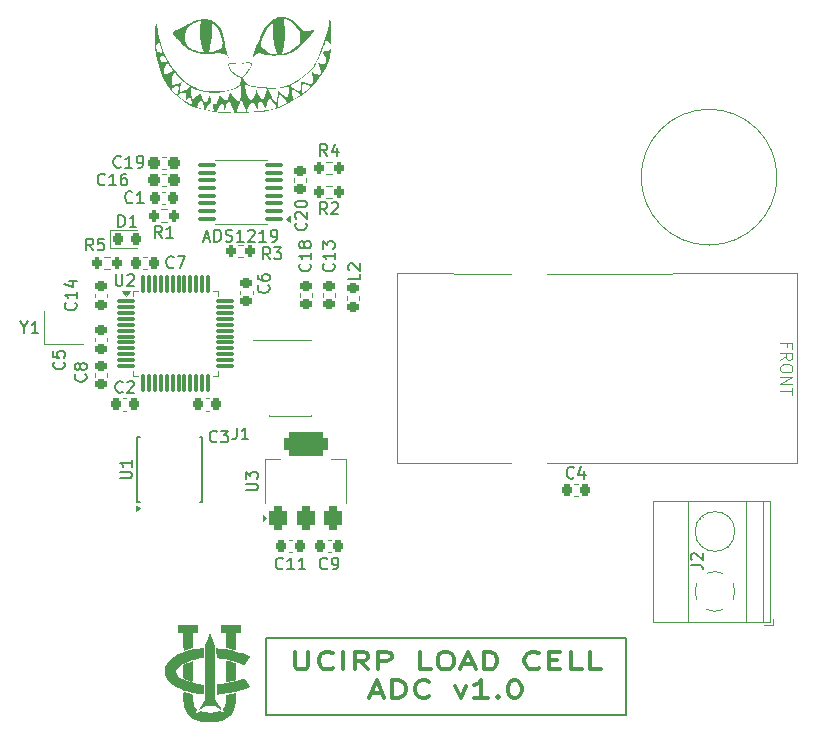
<source format=gbr>
%TF.GenerationSoftware,KiCad,Pcbnew,8.0.2-1*%
%TF.CreationDate,2025-01-08T22:21:28-08:00*%
%TF.ProjectId,rocket2-load-cell,726f636b-6574-4322-9d6c-6f61642d6365,rev?*%
%TF.SameCoordinates,Original*%
%TF.FileFunction,Legend,Top*%
%TF.FilePolarity,Positive*%
%FSLAX46Y46*%
G04 Gerber Fmt 4.6, Leading zero omitted, Abs format (unit mm)*
G04 Created by KiCad (PCBNEW 8.0.2-1) date 2025-01-08 22:21:28*
%MOMM*%
%LPD*%
G01*
G04 APERTURE LIST*
G04 Aperture macros list*
%AMRoundRect*
0 Rectangle with rounded corners*
0 $1 Rounding radius*
0 $2 $3 $4 $5 $6 $7 $8 $9 X,Y pos of 4 corners*
0 Add a 4 corners polygon primitive as box body*
4,1,4,$2,$3,$4,$5,$6,$7,$8,$9,$2,$3,0*
0 Add four circle primitives for the rounded corners*
1,1,$1+$1,$2,$3*
1,1,$1+$1,$4,$5*
1,1,$1+$1,$6,$7*
1,1,$1+$1,$8,$9*
0 Add four rect primitives between the rounded corners*
20,1,$1+$1,$2,$3,$4,$5,0*
20,1,$1+$1,$4,$5,$6,$7,0*
20,1,$1+$1,$6,$7,$8,$9,0*
20,1,$1+$1,$8,$9,$2,$3,0*%
G04 Aperture macros list end*
%ADD10C,0.300000*%
%ADD11C,0.150000*%
%ADD12C,0.100000*%
%ADD13C,0.050000*%
%ADD14C,0.120000*%
%ADD15C,0.000000*%
%ADD16C,3.500000*%
%ADD17C,1.400000*%
%ADD18C,2.000000*%
%ADD19RoundRect,0.200000X0.200000X0.275000X-0.200000X0.275000X-0.200000X-0.275000X0.200000X-0.275000X0*%
%ADD20RoundRect,0.200000X-0.200000X-0.275000X0.200000X-0.275000X0.200000X0.275000X-0.200000X0.275000X0*%
%ADD21RoundRect,0.075000X-0.662500X-0.075000X0.662500X-0.075000X0.662500X0.075000X-0.662500X0.075000X0*%
%ADD22RoundRect,0.075000X-0.075000X-0.662500X0.075000X-0.662500X0.075000X0.662500X-0.075000X0.662500X0*%
%ADD23RoundRect,0.237500X0.300000X0.237500X-0.300000X0.237500X-0.300000X-0.237500X0.300000X-0.237500X0*%
%ADD24RoundRect,0.225000X-0.225000X-0.250000X0.225000X-0.250000X0.225000X0.250000X-0.225000X0.250000X0*%
%ADD25RoundRect,0.375000X0.375000X-0.625000X0.375000X0.625000X-0.375000X0.625000X-0.375000X-0.625000X0*%
%ADD26RoundRect,0.500000X1.400000X-0.500000X1.400000X0.500000X-1.400000X0.500000X-1.400000X-0.500000X0*%
%ADD27RoundRect,0.100000X0.637500X0.100000X-0.637500X0.100000X-0.637500X-0.100000X0.637500X-0.100000X0*%
%ADD28R,1.150000X1.000000*%
%ADD29RoundRect,0.218750X-0.218750X-0.256250X0.218750X-0.256250X0.218750X0.256250X-0.218750X0.256250X0*%
%ADD30R,2.600000X2.600000*%
%ADD31C,2.600000*%
%ADD32R,2.400000X0.740000*%
%ADD33RoundRect,0.225000X0.225000X0.250000X-0.225000X0.250000X-0.225000X-0.250000X0.225000X-0.250000X0*%
%ADD34RoundRect,0.225000X-0.250000X0.225000X-0.250000X-0.225000X0.250000X-0.225000X0.250000X0.225000X0*%
%ADD35R,0.650000X1.700000*%
%ADD36RoundRect,0.218750X-0.256250X0.218750X-0.256250X-0.218750X0.256250X-0.218750X0.256250X0.218750X0*%
%ADD37C,4.300000*%
%ADD38RoundRect,0.225000X0.250000X-0.225000X0.250000X0.225000X-0.250000X0.225000X-0.250000X-0.225000X0*%
%ADD39C,0.500000*%
G04 APERTURE END LIST*
D10*
X146940475Y-139180828D02*
X146940475Y-140395114D01*
X146940475Y-140395114D02*
X147035713Y-140537971D01*
X147035713Y-140537971D02*
X147130951Y-140609400D01*
X147130951Y-140609400D02*
X147321427Y-140680828D01*
X147321427Y-140680828D02*
X147702380Y-140680828D01*
X147702380Y-140680828D02*
X147892856Y-140609400D01*
X147892856Y-140609400D02*
X147988094Y-140537971D01*
X147988094Y-140537971D02*
X148083332Y-140395114D01*
X148083332Y-140395114D02*
X148083332Y-139180828D01*
X150178570Y-140537971D02*
X150083332Y-140609400D01*
X150083332Y-140609400D02*
X149797618Y-140680828D01*
X149797618Y-140680828D02*
X149607142Y-140680828D01*
X149607142Y-140680828D02*
X149321427Y-140609400D01*
X149321427Y-140609400D02*
X149130951Y-140466542D01*
X149130951Y-140466542D02*
X149035713Y-140323685D01*
X149035713Y-140323685D02*
X148940475Y-140037971D01*
X148940475Y-140037971D02*
X148940475Y-139823685D01*
X148940475Y-139823685D02*
X149035713Y-139537971D01*
X149035713Y-139537971D02*
X149130951Y-139395114D01*
X149130951Y-139395114D02*
X149321427Y-139252257D01*
X149321427Y-139252257D02*
X149607142Y-139180828D01*
X149607142Y-139180828D02*
X149797618Y-139180828D01*
X149797618Y-139180828D02*
X150083332Y-139252257D01*
X150083332Y-139252257D02*
X150178570Y-139323685D01*
X151035713Y-140680828D02*
X151035713Y-139180828D01*
X153130951Y-140680828D02*
X152464284Y-139966542D01*
X151988094Y-140680828D02*
X151988094Y-139180828D01*
X151988094Y-139180828D02*
X152749999Y-139180828D01*
X152749999Y-139180828D02*
X152940475Y-139252257D01*
X152940475Y-139252257D02*
X153035713Y-139323685D01*
X153035713Y-139323685D02*
X153130951Y-139466542D01*
X153130951Y-139466542D02*
X153130951Y-139680828D01*
X153130951Y-139680828D02*
X153035713Y-139823685D01*
X153035713Y-139823685D02*
X152940475Y-139895114D01*
X152940475Y-139895114D02*
X152749999Y-139966542D01*
X152749999Y-139966542D02*
X151988094Y-139966542D01*
X153988094Y-140680828D02*
X153988094Y-139180828D01*
X153988094Y-139180828D02*
X154749999Y-139180828D01*
X154749999Y-139180828D02*
X154940475Y-139252257D01*
X154940475Y-139252257D02*
X155035713Y-139323685D01*
X155035713Y-139323685D02*
X155130951Y-139466542D01*
X155130951Y-139466542D02*
X155130951Y-139680828D01*
X155130951Y-139680828D02*
X155035713Y-139823685D01*
X155035713Y-139823685D02*
X154940475Y-139895114D01*
X154940475Y-139895114D02*
X154749999Y-139966542D01*
X154749999Y-139966542D02*
X153988094Y-139966542D01*
X158464285Y-140680828D02*
X157511904Y-140680828D01*
X157511904Y-140680828D02*
X157511904Y-139180828D01*
X159511904Y-139180828D02*
X159892857Y-139180828D01*
X159892857Y-139180828D02*
X160083333Y-139252257D01*
X160083333Y-139252257D02*
X160273809Y-139395114D01*
X160273809Y-139395114D02*
X160369047Y-139680828D01*
X160369047Y-139680828D02*
X160369047Y-140180828D01*
X160369047Y-140180828D02*
X160273809Y-140466542D01*
X160273809Y-140466542D02*
X160083333Y-140609400D01*
X160083333Y-140609400D02*
X159892857Y-140680828D01*
X159892857Y-140680828D02*
X159511904Y-140680828D01*
X159511904Y-140680828D02*
X159321428Y-140609400D01*
X159321428Y-140609400D02*
X159130952Y-140466542D01*
X159130952Y-140466542D02*
X159035714Y-140180828D01*
X159035714Y-140180828D02*
X159035714Y-139680828D01*
X159035714Y-139680828D02*
X159130952Y-139395114D01*
X159130952Y-139395114D02*
X159321428Y-139252257D01*
X159321428Y-139252257D02*
X159511904Y-139180828D01*
X161130952Y-140252257D02*
X162083333Y-140252257D01*
X160940476Y-140680828D02*
X161607142Y-139180828D01*
X161607142Y-139180828D02*
X162273809Y-140680828D01*
X162940476Y-140680828D02*
X162940476Y-139180828D01*
X162940476Y-139180828D02*
X163416666Y-139180828D01*
X163416666Y-139180828D02*
X163702381Y-139252257D01*
X163702381Y-139252257D02*
X163892857Y-139395114D01*
X163892857Y-139395114D02*
X163988095Y-139537971D01*
X163988095Y-139537971D02*
X164083333Y-139823685D01*
X164083333Y-139823685D02*
X164083333Y-140037971D01*
X164083333Y-140037971D02*
X163988095Y-140323685D01*
X163988095Y-140323685D02*
X163892857Y-140466542D01*
X163892857Y-140466542D02*
X163702381Y-140609400D01*
X163702381Y-140609400D02*
X163416666Y-140680828D01*
X163416666Y-140680828D02*
X162940476Y-140680828D01*
X167607143Y-140537971D02*
X167511905Y-140609400D01*
X167511905Y-140609400D02*
X167226191Y-140680828D01*
X167226191Y-140680828D02*
X167035715Y-140680828D01*
X167035715Y-140680828D02*
X166750000Y-140609400D01*
X166750000Y-140609400D02*
X166559524Y-140466542D01*
X166559524Y-140466542D02*
X166464286Y-140323685D01*
X166464286Y-140323685D02*
X166369048Y-140037971D01*
X166369048Y-140037971D02*
X166369048Y-139823685D01*
X166369048Y-139823685D02*
X166464286Y-139537971D01*
X166464286Y-139537971D02*
X166559524Y-139395114D01*
X166559524Y-139395114D02*
X166750000Y-139252257D01*
X166750000Y-139252257D02*
X167035715Y-139180828D01*
X167035715Y-139180828D02*
X167226191Y-139180828D01*
X167226191Y-139180828D02*
X167511905Y-139252257D01*
X167511905Y-139252257D02*
X167607143Y-139323685D01*
X168464286Y-139895114D02*
X169130953Y-139895114D01*
X169416667Y-140680828D02*
X168464286Y-140680828D01*
X168464286Y-140680828D02*
X168464286Y-139180828D01*
X168464286Y-139180828D02*
X169416667Y-139180828D01*
X171226191Y-140680828D02*
X170273810Y-140680828D01*
X170273810Y-140680828D02*
X170273810Y-139180828D01*
X172845239Y-140680828D02*
X171892858Y-140680828D01*
X171892858Y-140680828D02*
X171892858Y-139180828D01*
X153369047Y-142667173D02*
X154321428Y-142667173D01*
X153178571Y-143095744D02*
X153845237Y-141595744D01*
X153845237Y-141595744D02*
X154511904Y-143095744D01*
X155178571Y-143095744D02*
X155178571Y-141595744D01*
X155178571Y-141595744D02*
X155654761Y-141595744D01*
X155654761Y-141595744D02*
X155940476Y-141667173D01*
X155940476Y-141667173D02*
X156130952Y-141810030D01*
X156130952Y-141810030D02*
X156226190Y-141952887D01*
X156226190Y-141952887D02*
X156321428Y-142238601D01*
X156321428Y-142238601D02*
X156321428Y-142452887D01*
X156321428Y-142452887D02*
X156226190Y-142738601D01*
X156226190Y-142738601D02*
X156130952Y-142881458D01*
X156130952Y-142881458D02*
X155940476Y-143024316D01*
X155940476Y-143024316D02*
X155654761Y-143095744D01*
X155654761Y-143095744D02*
X155178571Y-143095744D01*
X158321428Y-142952887D02*
X158226190Y-143024316D01*
X158226190Y-143024316D02*
X157940476Y-143095744D01*
X157940476Y-143095744D02*
X157750000Y-143095744D01*
X157750000Y-143095744D02*
X157464285Y-143024316D01*
X157464285Y-143024316D02*
X157273809Y-142881458D01*
X157273809Y-142881458D02*
X157178571Y-142738601D01*
X157178571Y-142738601D02*
X157083333Y-142452887D01*
X157083333Y-142452887D02*
X157083333Y-142238601D01*
X157083333Y-142238601D02*
X157178571Y-141952887D01*
X157178571Y-141952887D02*
X157273809Y-141810030D01*
X157273809Y-141810030D02*
X157464285Y-141667173D01*
X157464285Y-141667173D02*
X157750000Y-141595744D01*
X157750000Y-141595744D02*
X157940476Y-141595744D01*
X157940476Y-141595744D02*
X158226190Y-141667173D01*
X158226190Y-141667173D02*
X158321428Y-141738601D01*
X160511905Y-142095744D02*
X160988095Y-143095744D01*
X160988095Y-143095744D02*
X161464286Y-142095744D01*
X163273810Y-143095744D02*
X162130953Y-143095744D01*
X162702381Y-143095744D02*
X162702381Y-141595744D01*
X162702381Y-141595744D02*
X162511905Y-141810030D01*
X162511905Y-141810030D02*
X162321429Y-141952887D01*
X162321429Y-141952887D02*
X162130953Y-142024316D01*
X164130953Y-142952887D02*
X164226191Y-143024316D01*
X164226191Y-143024316D02*
X164130953Y-143095744D01*
X164130953Y-143095744D02*
X164035715Y-143024316D01*
X164035715Y-143024316D02*
X164130953Y-142952887D01*
X164130953Y-142952887D02*
X164130953Y-143095744D01*
X165464286Y-141595744D02*
X165654763Y-141595744D01*
X165654763Y-141595744D02*
X165845239Y-141667173D01*
X165845239Y-141667173D02*
X165940477Y-141738601D01*
X165940477Y-141738601D02*
X166035715Y-141881458D01*
X166035715Y-141881458D02*
X166130953Y-142167173D01*
X166130953Y-142167173D02*
X166130953Y-142524316D01*
X166130953Y-142524316D02*
X166035715Y-142810030D01*
X166035715Y-142810030D02*
X165940477Y-142952887D01*
X165940477Y-142952887D02*
X165845239Y-143024316D01*
X165845239Y-143024316D02*
X165654763Y-143095744D01*
X165654763Y-143095744D02*
X165464286Y-143095744D01*
X165464286Y-143095744D02*
X165273810Y-143024316D01*
X165273810Y-143024316D02*
X165178572Y-142952887D01*
X165178572Y-142952887D02*
X165083334Y-142810030D01*
X165083334Y-142810030D02*
X164988096Y-142524316D01*
X164988096Y-142524316D02*
X164988096Y-142167173D01*
X164988096Y-142167173D02*
X165083334Y-141881458D01*
X165083334Y-141881458D02*
X165178572Y-141738601D01*
X165178572Y-141738601D02*
X165273810Y-141667173D01*
X165273810Y-141667173D02*
X165464286Y-141595744D01*
D11*
X144500000Y-138000000D02*
X175000000Y-138000000D01*
X175000000Y-144500000D01*
X144500000Y-144500000D01*
X144500000Y-138000000D01*
D12*
X188566390Y-113384285D02*
X188566390Y-113050952D01*
X188042580Y-113050952D02*
X189042580Y-113050952D01*
X189042580Y-113050952D02*
X189042580Y-113527142D01*
X188042580Y-114479523D02*
X188518771Y-114146190D01*
X188042580Y-113908095D02*
X189042580Y-113908095D01*
X189042580Y-113908095D02*
X189042580Y-114289047D01*
X189042580Y-114289047D02*
X188994961Y-114384285D01*
X188994961Y-114384285D02*
X188947342Y-114431904D01*
X188947342Y-114431904D02*
X188852104Y-114479523D01*
X188852104Y-114479523D02*
X188709247Y-114479523D01*
X188709247Y-114479523D02*
X188614009Y-114431904D01*
X188614009Y-114431904D02*
X188566390Y-114384285D01*
X188566390Y-114384285D02*
X188518771Y-114289047D01*
X188518771Y-114289047D02*
X188518771Y-113908095D01*
X189042580Y-115098571D02*
X189042580Y-115289047D01*
X189042580Y-115289047D02*
X188994961Y-115384285D01*
X188994961Y-115384285D02*
X188899723Y-115479523D01*
X188899723Y-115479523D02*
X188709247Y-115527142D01*
X188709247Y-115527142D02*
X188375914Y-115527142D01*
X188375914Y-115527142D02*
X188185438Y-115479523D01*
X188185438Y-115479523D02*
X188090200Y-115384285D01*
X188090200Y-115384285D02*
X188042580Y-115289047D01*
X188042580Y-115289047D02*
X188042580Y-115098571D01*
X188042580Y-115098571D02*
X188090200Y-115003333D01*
X188090200Y-115003333D02*
X188185438Y-114908095D01*
X188185438Y-114908095D02*
X188375914Y-114860476D01*
X188375914Y-114860476D02*
X188709247Y-114860476D01*
X188709247Y-114860476D02*
X188899723Y-114908095D01*
X188899723Y-114908095D02*
X188994961Y-115003333D01*
X188994961Y-115003333D02*
X189042580Y-115098571D01*
X188042580Y-115955714D02*
X189042580Y-115955714D01*
X189042580Y-115955714D02*
X188042580Y-116527142D01*
X188042580Y-116527142D02*
X189042580Y-116527142D01*
X189042580Y-116860476D02*
X189042580Y-117431904D01*
X188042580Y-117146190D02*
X189042580Y-117146190D01*
D11*
X149670833Y-102134819D02*
X149337500Y-101658628D01*
X149099405Y-102134819D02*
X149099405Y-101134819D01*
X149099405Y-101134819D02*
X149480357Y-101134819D01*
X149480357Y-101134819D02*
X149575595Y-101182438D01*
X149575595Y-101182438D02*
X149623214Y-101230057D01*
X149623214Y-101230057D02*
X149670833Y-101325295D01*
X149670833Y-101325295D02*
X149670833Y-101468152D01*
X149670833Y-101468152D02*
X149623214Y-101563390D01*
X149623214Y-101563390D02*
X149575595Y-101611009D01*
X149575595Y-101611009D02*
X149480357Y-101658628D01*
X149480357Y-101658628D02*
X149099405Y-101658628D01*
X150051786Y-101230057D02*
X150099405Y-101182438D01*
X150099405Y-101182438D02*
X150194643Y-101134819D01*
X150194643Y-101134819D02*
X150432738Y-101134819D01*
X150432738Y-101134819D02*
X150527976Y-101182438D01*
X150527976Y-101182438D02*
X150575595Y-101230057D01*
X150575595Y-101230057D02*
X150623214Y-101325295D01*
X150623214Y-101325295D02*
X150623214Y-101420533D01*
X150623214Y-101420533D02*
X150575595Y-101563390D01*
X150575595Y-101563390D02*
X150004167Y-102134819D01*
X150004167Y-102134819D02*
X150623214Y-102134819D01*
X129855833Y-105204819D02*
X129522500Y-104728628D01*
X129284405Y-105204819D02*
X129284405Y-104204819D01*
X129284405Y-104204819D02*
X129665357Y-104204819D01*
X129665357Y-104204819D02*
X129760595Y-104252438D01*
X129760595Y-104252438D02*
X129808214Y-104300057D01*
X129808214Y-104300057D02*
X129855833Y-104395295D01*
X129855833Y-104395295D02*
X129855833Y-104538152D01*
X129855833Y-104538152D02*
X129808214Y-104633390D01*
X129808214Y-104633390D02*
X129760595Y-104681009D01*
X129760595Y-104681009D02*
X129665357Y-104728628D01*
X129665357Y-104728628D02*
X129284405Y-104728628D01*
X130760595Y-104204819D02*
X130284405Y-104204819D01*
X130284405Y-104204819D02*
X130236786Y-104681009D01*
X130236786Y-104681009D02*
X130284405Y-104633390D01*
X130284405Y-104633390D02*
X130379643Y-104585771D01*
X130379643Y-104585771D02*
X130617738Y-104585771D01*
X130617738Y-104585771D02*
X130712976Y-104633390D01*
X130712976Y-104633390D02*
X130760595Y-104681009D01*
X130760595Y-104681009D02*
X130808214Y-104776247D01*
X130808214Y-104776247D02*
X130808214Y-105014342D01*
X130808214Y-105014342D02*
X130760595Y-105109580D01*
X130760595Y-105109580D02*
X130712976Y-105157200D01*
X130712976Y-105157200D02*
X130617738Y-105204819D01*
X130617738Y-105204819D02*
X130379643Y-105204819D01*
X130379643Y-105204819D02*
X130284405Y-105157200D01*
X130284405Y-105157200D02*
X130236786Y-105109580D01*
X131760595Y-107204819D02*
X131760595Y-108014342D01*
X131760595Y-108014342D02*
X131808214Y-108109580D01*
X131808214Y-108109580D02*
X131855833Y-108157200D01*
X131855833Y-108157200D02*
X131951071Y-108204819D01*
X131951071Y-108204819D02*
X132141547Y-108204819D01*
X132141547Y-108204819D02*
X132236785Y-108157200D01*
X132236785Y-108157200D02*
X132284404Y-108109580D01*
X132284404Y-108109580D02*
X132332023Y-108014342D01*
X132332023Y-108014342D02*
X132332023Y-107204819D01*
X132760595Y-107300057D02*
X132808214Y-107252438D01*
X132808214Y-107252438D02*
X132903452Y-107204819D01*
X132903452Y-107204819D02*
X133141547Y-107204819D01*
X133141547Y-107204819D02*
X133236785Y-107252438D01*
X133236785Y-107252438D02*
X133284404Y-107300057D01*
X133284404Y-107300057D02*
X133332023Y-107395295D01*
X133332023Y-107395295D02*
X133332023Y-107490533D01*
X133332023Y-107490533D02*
X133284404Y-107633390D01*
X133284404Y-107633390D02*
X132712976Y-108204819D01*
X132712976Y-108204819D02*
X133332023Y-108204819D01*
X132194642Y-98109580D02*
X132147023Y-98157200D01*
X132147023Y-98157200D02*
X132004166Y-98204819D01*
X132004166Y-98204819D02*
X131908928Y-98204819D01*
X131908928Y-98204819D02*
X131766071Y-98157200D01*
X131766071Y-98157200D02*
X131670833Y-98061961D01*
X131670833Y-98061961D02*
X131623214Y-97966723D01*
X131623214Y-97966723D02*
X131575595Y-97776247D01*
X131575595Y-97776247D02*
X131575595Y-97633390D01*
X131575595Y-97633390D02*
X131623214Y-97442914D01*
X131623214Y-97442914D02*
X131670833Y-97347676D01*
X131670833Y-97347676D02*
X131766071Y-97252438D01*
X131766071Y-97252438D02*
X131908928Y-97204819D01*
X131908928Y-97204819D02*
X132004166Y-97204819D01*
X132004166Y-97204819D02*
X132147023Y-97252438D01*
X132147023Y-97252438D02*
X132194642Y-97300057D01*
X133147023Y-98204819D02*
X132575595Y-98204819D01*
X132861309Y-98204819D02*
X132861309Y-97204819D01*
X132861309Y-97204819D02*
X132766071Y-97347676D01*
X132766071Y-97347676D02*
X132670833Y-97442914D01*
X132670833Y-97442914D02*
X132575595Y-97490533D01*
X133623214Y-98204819D02*
X133813690Y-98204819D01*
X133813690Y-98204819D02*
X133908928Y-98157200D01*
X133908928Y-98157200D02*
X133956547Y-98109580D01*
X133956547Y-98109580D02*
X134051785Y-97966723D01*
X134051785Y-97966723D02*
X134099404Y-97776247D01*
X134099404Y-97776247D02*
X134099404Y-97395295D01*
X134099404Y-97395295D02*
X134051785Y-97300057D01*
X134051785Y-97300057D02*
X134004166Y-97252438D01*
X134004166Y-97252438D02*
X133908928Y-97204819D01*
X133908928Y-97204819D02*
X133718452Y-97204819D01*
X133718452Y-97204819D02*
X133623214Y-97252438D01*
X133623214Y-97252438D02*
X133575595Y-97300057D01*
X133575595Y-97300057D02*
X133527976Y-97395295D01*
X133527976Y-97395295D02*
X133527976Y-97633390D01*
X133527976Y-97633390D02*
X133575595Y-97728628D01*
X133575595Y-97728628D02*
X133623214Y-97776247D01*
X133623214Y-97776247D02*
X133718452Y-97823866D01*
X133718452Y-97823866D02*
X133908928Y-97823866D01*
X133908928Y-97823866D02*
X134004166Y-97776247D01*
X134004166Y-97776247D02*
X134051785Y-97728628D01*
X134051785Y-97728628D02*
X134099404Y-97633390D01*
X135670833Y-104134819D02*
X135337500Y-103658628D01*
X135099405Y-104134819D02*
X135099405Y-103134819D01*
X135099405Y-103134819D02*
X135480357Y-103134819D01*
X135480357Y-103134819D02*
X135575595Y-103182438D01*
X135575595Y-103182438D02*
X135623214Y-103230057D01*
X135623214Y-103230057D02*
X135670833Y-103325295D01*
X135670833Y-103325295D02*
X135670833Y-103468152D01*
X135670833Y-103468152D02*
X135623214Y-103563390D01*
X135623214Y-103563390D02*
X135575595Y-103611009D01*
X135575595Y-103611009D02*
X135480357Y-103658628D01*
X135480357Y-103658628D02*
X135099405Y-103658628D01*
X136623214Y-104134819D02*
X136051786Y-104134819D01*
X136337500Y-104134819D02*
X136337500Y-103134819D01*
X136337500Y-103134819D02*
X136242262Y-103277676D01*
X136242262Y-103277676D02*
X136147024Y-103372914D01*
X136147024Y-103372914D02*
X136051786Y-103420533D01*
X170558333Y-124429580D02*
X170510714Y-124477200D01*
X170510714Y-124477200D02*
X170367857Y-124524819D01*
X170367857Y-124524819D02*
X170272619Y-124524819D01*
X170272619Y-124524819D02*
X170129762Y-124477200D01*
X170129762Y-124477200D02*
X170034524Y-124381961D01*
X170034524Y-124381961D02*
X169986905Y-124286723D01*
X169986905Y-124286723D02*
X169939286Y-124096247D01*
X169939286Y-124096247D02*
X169939286Y-123953390D01*
X169939286Y-123953390D02*
X169986905Y-123762914D01*
X169986905Y-123762914D02*
X170034524Y-123667676D01*
X170034524Y-123667676D02*
X170129762Y-123572438D01*
X170129762Y-123572438D02*
X170272619Y-123524819D01*
X170272619Y-123524819D02*
X170367857Y-123524819D01*
X170367857Y-123524819D02*
X170510714Y-123572438D01*
X170510714Y-123572438D02*
X170558333Y-123620057D01*
X171415476Y-123858152D02*
X171415476Y-124524819D01*
X171177381Y-123477200D02*
X170939286Y-124191485D01*
X170939286Y-124191485D02*
X171558333Y-124191485D01*
X132355833Y-117179580D02*
X132308214Y-117227200D01*
X132308214Y-117227200D02*
X132165357Y-117274819D01*
X132165357Y-117274819D02*
X132070119Y-117274819D01*
X132070119Y-117274819D02*
X131927262Y-117227200D01*
X131927262Y-117227200D02*
X131832024Y-117131961D01*
X131832024Y-117131961D02*
X131784405Y-117036723D01*
X131784405Y-117036723D02*
X131736786Y-116846247D01*
X131736786Y-116846247D02*
X131736786Y-116703390D01*
X131736786Y-116703390D02*
X131784405Y-116512914D01*
X131784405Y-116512914D02*
X131832024Y-116417676D01*
X131832024Y-116417676D02*
X131927262Y-116322438D01*
X131927262Y-116322438D02*
X132070119Y-116274819D01*
X132070119Y-116274819D02*
X132165357Y-116274819D01*
X132165357Y-116274819D02*
X132308214Y-116322438D01*
X132308214Y-116322438D02*
X132355833Y-116370057D01*
X132736786Y-116370057D02*
X132784405Y-116322438D01*
X132784405Y-116322438D02*
X132879643Y-116274819D01*
X132879643Y-116274819D02*
X133117738Y-116274819D01*
X133117738Y-116274819D02*
X133212976Y-116322438D01*
X133212976Y-116322438D02*
X133260595Y-116370057D01*
X133260595Y-116370057D02*
X133308214Y-116465295D01*
X133308214Y-116465295D02*
X133308214Y-116560533D01*
X133308214Y-116560533D02*
X133260595Y-116703390D01*
X133260595Y-116703390D02*
X132689167Y-117274819D01*
X132689167Y-117274819D02*
X133308214Y-117274819D01*
X144833333Y-105954819D02*
X144500000Y-105478628D01*
X144261905Y-105954819D02*
X144261905Y-104954819D01*
X144261905Y-104954819D02*
X144642857Y-104954819D01*
X144642857Y-104954819D02*
X144738095Y-105002438D01*
X144738095Y-105002438D02*
X144785714Y-105050057D01*
X144785714Y-105050057D02*
X144833333Y-105145295D01*
X144833333Y-105145295D02*
X144833333Y-105288152D01*
X144833333Y-105288152D02*
X144785714Y-105383390D01*
X144785714Y-105383390D02*
X144738095Y-105431009D01*
X144738095Y-105431009D02*
X144642857Y-105478628D01*
X144642857Y-105478628D02*
X144261905Y-105478628D01*
X145166667Y-104954819D02*
X145785714Y-104954819D01*
X145785714Y-104954819D02*
X145452381Y-105335771D01*
X145452381Y-105335771D02*
X145595238Y-105335771D01*
X145595238Y-105335771D02*
X145690476Y-105383390D01*
X145690476Y-105383390D02*
X145738095Y-105431009D01*
X145738095Y-105431009D02*
X145785714Y-105526247D01*
X145785714Y-105526247D02*
X145785714Y-105764342D01*
X145785714Y-105764342D02*
X145738095Y-105859580D01*
X145738095Y-105859580D02*
X145690476Y-105907200D01*
X145690476Y-105907200D02*
X145595238Y-105954819D01*
X145595238Y-105954819D02*
X145309524Y-105954819D01*
X145309524Y-105954819D02*
X145214286Y-105907200D01*
X145214286Y-105907200D02*
X145166667Y-105859580D01*
X142792319Y-125511904D02*
X143601842Y-125511904D01*
X143601842Y-125511904D02*
X143697080Y-125464285D01*
X143697080Y-125464285D02*
X143744700Y-125416666D01*
X143744700Y-125416666D02*
X143792319Y-125321428D01*
X143792319Y-125321428D02*
X143792319Y-125130952D01*
X143792319Y-125130952D02*
X143744700Y-125035714D01*
X143744700Y-125035714D02*
X143697080Y-124988095D01*
X143697080Y-124988095D02*
X143601842Y-124940476D01*
X143601842Y-124940476D02*
X142792319Y-124940476D01*
X142792319Y-124559523D02*
X142792319Y-123940476D01*
X142792319Y-123940476D02*
X143173271Y-124273809D01*
X143173271Y-124273809D02*
X143173271Y-124130952D01*
X143173271Y-124130952D02*
X143220890Y-124035714D01*
X143220890Y-124035714D02*
X143268509Y-123988095D01*
X143268509Y-123988095D02*
X143363747Y-123940476D01*
X143363747Y-123940476D02*
X143601842Y-123940476D01*
X143601842Y-123940476D02*
X143697080Y-123988095D01*
X143697080Y-123988095D02*
X143744700Y-124035714D01*
X143744700Y-124035714D02*
X143792319Y-124130952D01*
X143792319Y-124130952D02*
X143792319Y-124416666D01*
X143792319Y-124416666D02*
X143744700Y-124511904D01*
X143744700Y-124511904D02*
X143697080Y-124559523D01*
X139218452Y-104169104D02*
X139694642Y-104169104D01*
X139123214Y-104454819D02*
X139456547Y-103454819D01*
X139456547Y-103454819D02*
X139789880Y-104454819D01*
X140123214Y-104454819D02*
X140123214Y-103454819D01*
X140123214Y-103454819D02*
X140361309Y-103454819D01*
X140361309Y-103454819D02*
X140504166Y-103502438D01*
X140504166Y-103502438D02*
X140599404Y-103597676D01*
X140599404Y-103597676D02*
X140647023Y-103692914D01*
X140647023Y-103692914D02*
X140694642Y-103883390D01*
X140694642Y-103883390D02*
X140694642Y-104026247D01*
X140694642Y-104026247D02*
X140647023Y-104216723D01*
X140647023Y-104216723D02*
X140599404Y-104311961D01*
X140599404Y-104311961D02*
X140504166Y-104407200D01*
X140504166Y-104407200D02*
X140361309Y-104454819D01*
X140361309Y-104454819D02*
X140123214Y-104454819D01*
X141075595Y-104407200D02*
X141218452Y-104454819D01*
X141218452Y-104454819D02*
X141456547Y-104454819D01*
X141456547Y-104454819D02*
X141551785Y-104407200D01*
X141551785Y-104407200D02*
X141599404Y-104359580D01*
X141599404Y-104359580D02*
X141647023Y-104264342D01*
X141647023Y-104264342D02*
X141647023Y-104169104D01*
X141647023Y-104169104D02*
X141599404Y-104073866D01*
X141599404Y-104073866D02*
X141551785Y-104026247D01*
X141551785Y-104026247D02*
X141456547Y-103978628D01*
X141456547Y-103978628D02*
X141266071Y-103931009D01*
X141266071Y-103931009D02*
X141170833Y-103883390D01*
X141170833Y-103883390D02*
X141123214Y-103835771D01*
X141123214Y-103835771D02*
X141075595Y-103740533D01*
X141075595Y-103740533D02*
X141075595Y-103645295D01*
X141075595Y-103645295D02*
X141123214Y-103550057D01*
X141123214Y-103550057D02*
X141170833Y-103502438D01*
X141170833Y-103502438D02*
X141266071Y-103454819D01*
X141266071Y-103454819D02*
X141504166Y-103454819D01*
X141504166Y-103454819D02*
X141647023Y-103502438D01*
X142599404Y-104454819D02*
X142027976Y-104454819D01*
X142313690Y-104454819D02*
X142313690Y-103454819D01*
X142313690Y-103454819D02*
X142218452Y-103597676D01*
X142218452Y-103597676D02*
X142123214Y-103692914D01*
X142123214Y-103692914D02*
X142027976Y-103740533D01*
X142980357Y-103550057D02*
X143027976Y-103502438D01*
X143027976Y-103502438D02*
X143123214Y-103454819D01*
X143123214Y-103454819D02*
X143361309Y-103454819D01*
X143361309Y-103454819D02*
X143456547Y-103502438D01*
X143456547Y-103502438D02*
X143504166Y-103550057D01*
X143504166Y-103550057D02*
X143551785Y-103645295D01*
X143551785Y-103645295D02*
X143551785Y-103740533D01*
X143551785Y-103740533D02*
X143504166Y-103883390D01*
X143504166Y-103883390D02*
X142932738Y-104454819D01*
X142932738Y-104454819D02*
X143551785Y-104454819D01*
X144504166Y-104454819D02*
X143932738Y-104454819D01*
X144218452Y-104454819D02*
X144218452Y-103454819D01*
X144218452Y-103454819D02*
X144123214Y-103597676D01*
X144123214Y-103597676D02*
X144027976Y-103692914D01*
X144027976Y-103692914D02*
X143932738Y-103740533D01*
X144980357Y-104454819D02*
X145170833Y-104454819D01*
X145170833Y-104454819D02*
X145266071Y-104407200D01*
X145266071Y-104407200D02*
X145313690Y-104359580D01*
X145313690Y-104359580D02*
X145408928Y-104216723D01*
X145408928Y-104216723D02*
X145456547Y-104026247D01*
X145456547Y-104026247D02*
X145456547Y-103645295D01*
X145456547Y-103645295D02*
X145408928Y-103550057D01*
X145408928Y-103550057D02*
X145361309Y-103502438D01*
X145361309Y-103502438D02*
X145266071Y-103454819D01*
X145266071Y-103454819D02*
X145075595Y-103454819D01*
X145075595Y-103454819D02*
X144980357Y-103502438D01*
X144980357Y-103502438D02*
X144932738Y-103550057D01*
X144932738Y-103550057D02*
X144885119Y-103645295D01*
X144885119Y-103645295D02*
X144885119Y-103883390D01*
X144885119Y-103883390D02*
X144932738Y-103978628D01*
X144932738Y-103978628D02*
X144980357Y-104026247D01*
X144980357Y-104026247D02*
X145075595Y-104073866D01*
X145075595Y-104073866D02*
X145266071Y-104073866D01*
X145266071Y-104073866D02*
X145361309Y-104026247D01*
X145361309Y-104026247D02*
X145408928Y-103978628D01*
X145408928Y-103978628D02*
X145456547Y-103883390D01*
X124023809Y-111728628D02*
X124023809Y-112204819D01*
X123690476Y-111204819D02*
X124023809Y-111728628D01*
X124023809Y-111728628D02*
X124357142Y-111204819D01*
X125214285Y-112204819D02*
X124642857Y-112204819D01*
X124928571Y-112204819D02*
X124928571Y-111204819D01*
X124928571Y-111204819D02*
X124833333Y-111347676D01*
X124833333Y-111347676D02*
X124738095Y-111442914D01*
X124738095Y-111442914D02*
X124642857Y-111490533D01*
X131996905Y-103204819D02*
X131996905Y-102204819D01*
X131996905Y-102204819D02*
X132235000Y-102204819D01*
X132235000Y-102204819D02*
X132377857Y-102252438D01*
X132377857Y-102252438D02*
X132473095Y-102347676D01*
X132473095Y-102347676D02*
X132520714Y-102442914D01*
X132520714Y-102442914D02*
X132568333Y-102633390D01*
X132568333Y-102633390D02*
X132568333Y-102776247D01*
X132568333Y-102776247D02*
X132520714Y-102966723D01*
X132520714Y-102966723D02*
X132473095Y-103061961D01*
X132473095Y-103061961D02*
X132377857Y-103157200D01*
X132377857Y-103157200D02*
X132235000Y-103204819D01*
X132235000Y-103204819D02*
X131996905Y-103204819D01*
X133520714Y-103204819D02*
X132949286Y-103204819D01*
X133235000Y-103204819D02*
X133235000Y-102204819D01*
X133235000Y-102204819D02*
X133139762Y-102347676D01*
X133139762Y-102347676D02*
X133044524Y-102442914D01*
X133044524Y-102442914D02*
X132949286Y-102490533D01*
X180454819Y-131833333D02*
X181169104Y-131833333D01*
X181169104Y-131833333D02*
X181311961Y-131880952D01*
X181311961Y-131880952D02*
X181407200Y-131976190D01*
X181407200Y-131976190D02*
X181454819Y-132119047D01*
X181454819Y-132119047D02*
X181454819Y-132214285D01*
X180550057Y-131404761D02*
X180502438Y-131357142D01*
X180502438Y-131357142D02*
X180454819Y-131261904D01*
X180454819Y-131261904D02*
X180454819Y-131023809D01*
X180454819Y-131023809D02*
X180502438Y-130928571D01*
X180502438Y-130928571D02*
X180550057Y-130880952D01*
X180550057Y-130880952D02*
X180645295Y-130833333D01*
X180645295Y-130833333D02*
X180740533Y-130833333D01*
X180740533Y-130833333D02*
X180883390Y-130880952D01*
X180883390Y-130880952D02*
X181454819Y-131452380D01*
X181454819Y-131452380D02*
X181454819Y-130833333D01*
X142004166Y-120204819D02*
X142004166Y-120919104D01*
X142004166Y-120919104D02*
X141956547Y-121061961D01*
X141956547Y-121061961D02*
X141861309Y-121157200D01*
X141861309Y-121157200D02*
X141718452Y-121204819D01*
X141718452Y-121204819D02*
X141623214Y-121204819D01*
X143004166Y-121204819D02*
X142432738Y-121204819D01*
X142718452Y-121204819D02*
X142718452Y-120204819D01*
X142718452Y-120204819D02*
X142623214Y-120347676D01*
X142623214Y-120347676D02*
X142527976Y-120442914D01*
X142527976Y-120442914D02*
X142432738Y-120490533D01*
X133170833Y-101109580D02*
X133123214Y-101157200D01*
X133123214Y-101157200D02*
X132980357Y-101204819D01*
X132980357Y-101204819D02*
X132885119Y-101204819D01*
X132885119Y-101204819D02*
X132742262Y-101157200D01*
X132742262Y-101157200D02*
X132647024Y-101061961D01*
X132647024Y-101061961D02*
X132599405Y-100966723D01*
X132599405Y-100966723D02*
X132551786Y-100776247D01*
X132551786Y-100776247D02*
X132551786Y-100633390D01*
X132551786Y-100633390D02*
X132599405Y-100442914D01*
X132599405Y-100442914D02*
X132647024Y-100347676D01*
X132647024Y-100347676D02*
X132742262Y-100252438D01*
X132742262Y-100252438D02*
X132885119Y-100204819D01*
X132885119Y-100204819D02*
X132980357Y-100204819D01*
X132980357Y-100204819D02*
X133123214Y-100252438D01*
X133123214Y-100252438D02*
X133170833Y-100300057D01*
X134123214Y-101204819D02*
X133551786Y-101204819D01*
X133837500Y-101204819D02*
X133837500Y-100204819D01*
X133837500Y-100204819D02*
X133742262Y-100347676D01*
X133742262Y-100347676D02*
X133647024Y-100442914D01*
X133647024Y-100442914D02*
X133551786Y-100490533D01*
X150197080Y-106342857D02*
X150244700Y-106390476D01*
X150244700Y-106390476D02*
X150292319Y-106533333D01*
X150292319Y-106533333D02*
X150292319Y-106628571D01*
X150292319Y-106628571D02*
X150244700Y-106771428D01*
X150244700Y-106771428D02*
X150149461Y-106866666D01*
X150149461Y-106866666D02*
X150054223Y-106914285D01*
X150054223Y-106914285D02*
X149863747Y-106961904D01*
X149863747Y-106961904D02*
X149720890Y-106961904D01*
X149720890Y-106961904D02*
X149530414Y-106914285D01*
X149530414Y-106914285D02*
X149435176Y-106866666D01*
X149435176Y-106866666D02*
X149339938Y-106771428D01*
X149339938Y-106771428D02*
X149292319Y-106628571D01*
X149292319Y-106628571D02*
X149292319Y-106533333D01*
X149292319Y-106533333D02*
X149339938Y-106390476D01*
X149339938Y-106390476D02*
X149387557Y-106342857D01*
X150292319Y-105390476D02*
X150292319Y-105961904D01*
X150292319Y-105676190D02*
X149292319Y-105676190D01*
X149292319Y-105676190D02*
X149435176Y-105771428D01*
X149435176Y-105771428D02*
X149530414Y-105866666D01*
X149530414Y-105866666D02*
X149578033Y-105961904D01*
X149292319Y-105057142D02*
X149292319Y-104438095D01*
X149292319Y-104438095D02*
X149673271Y-104771428D01*
X149673271Y-104771428D02*
X149673271Y-104628571D01*
X149673271Y-104628571D02*
X149720890Y-104533333D01*
X149720890Y-104533333D02*
X149768509Y-104485714D01*
X149768509Y-104485714D02*
X149863747Y-104438095D01*
X149863747Y-104438095D02*
X150101842Y-104438095D01*
X150101842Y-104438095D02*
X150197080Y-104485714D01*
X150197080Y-104485714D02*
X150244700Y-104533333D01*
X150244700Y-104533333D02*
X150292319Y-104628571D01*
X150292319Y-104628571D02*
X150292319Y-104914285D01*
X150292319Y-104914285D02*
X150244700Y-105009523D01*
X150244700Y-105009523D02*
X150197080Y-105057142D01*
X128359580Y-109642857D02*
X128407200Y-109690476D01*
X128407200Y-109690476D02*
X128454819Y-109833333D01*
X128454819Y-109833333D02*
X128454819Y-109928571D01*
X128454819Y-109928571D02*
X128407200Y-110071428D01*
X128407200Y-110071428D02*
X128311961Y-110166666D01*
X128311961Y-110166666D02*
X128216723Y-110214285D01*
X128216723Y-110214285D02*
X128026247Y-110261904D01*
X128026247Y-110261904D02*
X127883390Y-110261904D01*
X127883390Y-110261904D02*
X127692914Y-110214285D01*
X127692914Y-110214285D02*
X127597676Y-110166666D01*
X127597676Y-110166666D02*
X127502438Y-110071428D01*
X127502438Y-110071428D02*
X127454819Y-109928571D01*
X127454819Y-109928571D02*
X127454819Y-109833333D01*
X127454819Y-109833333D02*
X127502438Y-109690476D01*
X127502438Y-109690476D02*
X127550057Y-109642857D01*
X128454819Y-108690476D02*
X128454819Y-109261904D01*
X128454819Y-108976190D02*
X127454819Y-108976190D01*
X127454819Y-108976190D02*
X127597676Y-109071428D01*
X127597676Y-109071428D02*
X127692914Y-109166666D01*
X127692914Y-109166666D02*
X127740533Y-109261904D01*
X127788152Y-107833333D02*
X128454819Y-107833333D01*
X127407200Y-108071428D02*
X128121485Y-108309523D01*
X128121485Y-108309523D02*
X128121485Y-107690476D01*
X136670833Y-106609580D02*
X136623214Y-106657200D01*
X136623214Y-106657200D02*
X136480357Y-106704819D01*
X136480357Y-106704819D02*
X136385119Y-106704819D01*
X136385119Y-106704819D02*
X136242262Y-106657200D01*
X136242262Y-106657200D02*
X136147024Y-106561961D01*
X136147024Y-106561961D02*
X136099405Y-106466723D01*
X136099405Y-106466723D02*
X136051786Y-106276247D01*
X136051786Y-106276247D02*
X136051786Y-106133390D01*
X136051786Y-106133390D02*
X136099405Y-105942914D01*
X136099405Y-105942914D02*
X136147024Y-105847676D01*
X136147024Y-105847676D02*
X136242262Y-105752438D01*
X136242262Y-105752438D02*
X136385119Y-105704819D01*
X136385119Y-105704819D02*
X136480357Y-105704819D01*
X136480357Y-105704819D02*
X136623214Y-105752438D01*
X136623214Y-105752438D02*
X136670833Y-105800057D01*
X137004167Y-105704819D02*
X137670833Y-105704819D01*
X137670833Y-105704819D02*
X137242262Y-106704819D01*
X132112319Y-124511904D02*
X132921842Y-124511904D01*
X132921842Y-124511904D02*
X133017080Y-124464285D01*
X133017080Y-124464285D02*
X133064700Y-124416666D01*
X133064700Y-124416666D02*
X133112319Y-124321428D01*
X133112319Y-124321428D02*
X133112319Y-124130952D01*
X133112319Y-124130952D02*
X133064700Y-124035714D01*
X133064700Y-124035714D02*
X133017080Y-123988095D01*
X133017080Y-123988095D02*
X132921842Y-123940476D01*
X132921842Y-123940476D02*
X132112319Y-123940476D01*
X133112319Y-122940476D02*
X133112319Y-123511904D01*
X133112319Y-123226190D02*
X132112319Y-123226190D01*
X132112319Y-123226190D02*
X132255176Y-123321428D01*
X132255176Y-123321428D02*
X132350414Y-123416666D01*
X132350414Y-123416666D02*
X132398033Y-123511904D01*
X152454819Y-107166666D02*
X152454819Y-107642856D01*
X152454819Y-107642856D02*
X151454819Y-107642856D01*
X151550057Y-106880951D02*
X151502438Y-106833332D01*
X151502438Y-106833332D02*
X151454819Y-106738094D01*
X151454819Y-106738094D02*
X151454819Y-106499999D01*
X151454819Y-106499999D02*
X151502438Y-106404761D01*
X151502438Y-106404761D02*
X151550057Y-106357142D01*
X151550057Y-106357142D02*
X151645295Y-106309523D01*
X151645295Y-106309523D02*
X151740533Y-106309523D01*
X151740533Y-106309523D02*
X151883390Y-106357142D01*
X151883390Y-106357142D02*
X152454819Y-106928570D01*
X152454819Y-106928570D02*
X152454819Y-106309523D01*
X147859580Y-102892857D02*
X147907200Y-102940476D01*
X147907200Y-102940476D02*
X147954819Y-103083333D01*
X147954819Y-103083333D02*
X147954819Y-103178571D01*
X147954819Y-103178571D02*
X147907200Y-103321428D01*
X147907200Y-103321428D02*
X147811961Y-103416666D01*
X147811961Y-103416666D02*
X147716723Y-103464285D01*
X147716723Y-103464285D02*
X147526247Y-103511904D01*
X147526247Y-103511904D02*
X147383390Y-103511904D01*
X147383390Y-103511904D02*
X147192914Y-103464285D01*
X147192914Y-103464285D02*
X147097676Y-103416666D01*
X147097676Y-103416666D02*
X147002438Y-103321428D01*
X147002438Y-103321428D02*
X146954819Y-103178571D01*
X146954819Y-103178571D02*
X146954819Y-103083333D01*
X146954819Y-103083333D02*
X147002438Y-102940476D01*
X147002438Y-102940476D02*
X147050057Y-102892857D01*
X147050057Y-102511904D02*
X147002438Y-102464285D01*
X147002438Y-102464285D02*
X146954819Y-102369047D01*
X146954819Y-102369047D02*
X146954819Y-102130952D01*
X146954819Y-102130952D02*
X147002438Y-102035714D01*
X147002438Y-102035714D02*
X147050057Y-101988095D01*
X147050057Y-101988095D02*
X147145295Y-101940476D01*
X147145295Y-101940476D02*
X147240533Y-101940476D01*
X147240533Y-101940476D02*
X147383390Y-101988095D01*
X147383390Y-101988095D02*
X147954819Y-102559523D01*
X147954819Y-102559523D02*
X147954819Y-101940476D01*
X146954819Y-101321428D02*
X146954819Y-101226190D01*
X146954819Y-101226190D02*
X147002438Y-101130952D01*
X147002438Y-101130952D02*
X147050057Y-101083333D01*
X147050057Y-101083333D02*
X147145295Y-101035714D01*
X147145295Y-101035714D02*
X147335771Y-100988095D01*
X147335771Y-100988095D02*
X147573866Y-100988095D01*
X147573866Y-100988095D02*
X147764342Y-101035714D01*
X147764342Y-101035714D02*
X147859580Y-101083333D01*
X147859580Y-101083333D02*
X147907200Y-101130952D01*
X147907200Y-101130952D02*
X147954819Y-101226190D01*
X147954819Y-101226190D02*
X147954819Y-101321428D01*
X147954819Y-101321428D02*
X147907200Y-101416666D01*
X147907200Y-101416666D02*
X147859580Y-101464285D01*
X147859580Y-101464285D02*
X147764342Y-101511904D01*
X147764342Y-101511904D02*
X147573866Y-101559523D01*
X147573866Y-101559523D02*
X147335771Y-101559523D01*
X147335771Y-101559523D02*
X147145295Y-101511904D01*
X147145295Y-101511904D02*
X147050057Y-101464285D01*
X147050057Y-101464285D02*
X147002438Y-101416666D01*
X147002438Y-101416666D02*
X146954819Y-101321428D01*
X130857142Y-99609580D02*
X130809523Y-99657200D01*
X130809523Y-99657200D02*
X130666666Y-99704819D01*
X130666666Y-99704819D02*
X130571428Y-99704819D01*
X130571428Y-99704819D02*
X130428571Y-99657200D01*
X130428571Y-99657200D02*
X130333333Y-99561961D01*
X130333333Y-99561961D02*
X130285714Y-99466723D01*
X130285714Y-99466723D02*
X130238095Y-99276247D01*
X130238095Y-99276247D02*
X130238095Y-99133390D01*
X130238095Y-99133390D02*
X130285714Y-98942914D01*
X130285714Y-98942914D02*
X130333333Y-98847676D01*
X130333333Y-98847676D02*
X130428571Y-98752438D01*
X130428571Y-98752438D02*
X130571428Y-98704819D01*
X130571428Y-98704819D02*
X130666666Y-98704819D01*
X130666666Y-98704819D02*
X130809523Y-98752438D01*
X130809523Y-98752438D02*
X130857142Y-98800057D01*
X131809523Y-99704819D02*
X131238095Y-99704819D01*
X131523809Y-99704819D02*
X131523809Y-98704819D01*
X131523809Y-98704819D02*
X131428571Y-98847676D01*
X131428571Y-98847676D02*
X131333333Y-98942914D01*
X131333333Y-98942914D02*
X131238095Y-98990533D01*
X132666666Y-98704819D02*
X132476190Y-98704819D01*
X132476190Y-98704819D02*
X132380952Y-98752438D01*
X132380952Y-98752438D02*
X132333333Y-98800057D01*
X132333333Y-98800057D02*
X132238095Y-98942914D01*
X132238095Y-98942914D02*
X132190476Y-99133390D01*
X132190476Y-99133390D02*
X132190476Y-99514342D01*
X132190476Y-99514342D02*
X132238095Y-99609580D01*
X132238095Y-99609580D02*
X132285714Y-99657200D01*
X132285714Y-99657200D02*
X132380952Y-99704819D01*
X132380952Y-99704819D02*
X132571428Y-99704819D01*
X132571428Y-99704819D02*
X132666666Y-99657200D01*
X132666666Y-99657200D02*
X132714285Y-99609580D01*
X132714285Y-99609580D02*
X132761904Y-99514342D01*
X132761904Y-99514342D02*
X132761904Y-99276247D01*
X132761904Y-99276247D02*
X132714285Y-99181009D01*
X132714285Y-99181009D02*
X132666666Y-99133390D01*
X132666666Y-99133390D02*
X132571428Y-99085771D01*
X132571428Y-99085771D02*
X132380952Y-99085771D01*
X132380952Y-99085771D02*
X132285714Y-99133390D01*
X132285714Y-99133390D02*
X132238095Y-99181009D01*
X132238095Y-99181009D02*
X132190476Y-99276247D01*
X129197080Y-115691666D02*
X129244700Y-115739285D01*
X129244700Y-115739285D02*
X129292319Y-115882142D01*
X129292319Y-115882142D02*
X129292319Y-115977380D01*
X129292319Y-115977380D02*
X129244700Y-116120237D01*
X129244700Y-116120237D02*
X129149461Y-116215475D01*
X129149461Y-116215475D02*
X129054223Y-116263094D01*
X129054223Y-116263094D02*
X128863747Y-116310713D01*
X128863747Y-116310713D02*
X128720890Y-116310713D01*
X128720890Y-116310713D02*
X128530414Y-116263094D01*
X128530414Y-116263094D02*
X128435176Y-116215475D01*
X128435176Y-116215475D02*
X128339938Y-116120237D01*
X128339938Y-116120237D02*
X128292319Y-115977380D01*
X128292319Y-115977380D02*
X128292319Y-115882142D01*
X128292319Y-115882142D02*
X128339938Y-115739285D01*
X128339938Y-115739285D02*
X128387557Y-115691666D01*
X128720890Y-115120237D02*
X128673271Y-115215475D01*
X128673271Y-115215475D02*
X128625652Y-115263094D01*
X128625652Y-115263094D02*
X128530414Y-115310713D01*
X128530414Y-115310713D02*
X128482795Y-115310713D01*
X128482795Y-115310713D02*
X128387557Y-115263094D01*
X128387557Y-115263094D02*
X128339938Y-115215475D01*
X128339938Y-115215475D02*
X128292319Y-115120237D01*
X128292319Y-115120237D02*
X128292319Y-114929761D01*
X128292319Y-114929761D02*
X128339938Y-114834523D01*
X128339938Y-114834523D02*
X128387557Y-114786904D01*
X128387557Y-114786904D02*
X128482795Y-114739285D01*
X128482795Y-114739285D02*
X128530414Y-114739285D01*
X128530414Y-114739285D02*
X128625652Y-114786904D01*
X128625652Y-114786904D02*
X128673271Y-114834523D01*
X128673271Y-114834523D02*
X128720890Y-114929761D01*
X128720890Y-114929761D02*
X128720890Y-115120237D01*
X128720890Y-115120237D02*
X128768509Y-115215475D01*
X128768509Y-115215475D02*
X128816128Y-115263094D01*
X128816128Y-115263094D02*
X128911366Y-115310713D01*
X128911366Y-115310713D02*
X129101842Y-115310713D01*
X129101842Y-115310713D02*
X129197080Y-115263094D01*
X129197080Y-115263094D02*
X129244700Y-115215475D01*
X129244700Y-115215475D02*
X129292319Y-115120237D01*
X129292319Y-115120237D02*
X129292319Y-114929761D01*
X129292319Y-114929761D02*
X129244700Y-114834523D01*
X129244700Y-114834523D02*
X129197080Y-114786904D01*
X129197080Y-114786904D02*
X129101842Y-114739285D01*
X129101842Y-114739285D02*
X128911366Y-114739285D01*
X128911366Y-114739285D02*
X128816128Y-114786904D01*
X128816128Y-114786904D02*
X128768509Y-114834523D01*
X128768509Y-114834523D02*
X128720890Y-114929761D01*
X140333333Y-121359580D02*
X140285714Y-121407200D01*
X140285714Y-121407200D02*
X140142857Y-121454819D01*
X140142857Y-121454819D02*
X140047619Y-121454819D01*
X140047619Y-121454819D02*
X139904762Y-121407200D01*
X139904762Y-121407200D02*
X139809524Y-121311961D01*
X139809524Y-121311961D02*
X139761905Y-121216723D01*
X139761905Y-121216723D02*
X139714286Y-121026247D01*
X139714286Y-121026247D02*
X139714286Y-120883390D01*
X139714286Y-120883390D02*
X139761905Y-120692914D01*
X139761905Y-120692914D02*
X139809524Y-120597676D01*
X139809524Y-120597676D02*
X139904762Y-120502438D01*
X139904762Y-120502438D02*
X140047619Y-120454819D01*
X140047619Y-120454819D02*
X140142857Y-120454819D01*
X140142857Y-120454819D02*
X140285714Y-120502438D01*
X140285714Y-120502438D02*
X140333333Y-120550057D01*
X140666667Y-120454819D02*
X141285714Y-120454819D01*
X141285714Y-120454819D02*
X140952381Y-120835771D01*
X140952381Y-120835771D02*
X141095238Y-120835771D01*
X141095238Y-120835771D02*
X141190476Y-120883390D01*
X141190476Y-120883390D02*
X141238095Y-120931009D01*
X141238095Y-120931009D02*
X141285714Y-121026247D01*
X141285714Y-121026247D02*
X141285714Y-121264342D01*
X141285714Y-121264342D02*
X141238095Y-121359580D01*
X141238095Y-121359580D02*
X141190476Y-121407200D01*
X141190476Y-121407200D02*
X141095238Y-121454819D01*
X141095238Y-121454819D02*
X140809524Y-121454819D01*
X140809524Y-121454819D02*
X140714286Y-121407200D01*
X140714286Y-121407200D02*
X140666667Y-121359580D01*
X144697080Y-108166666D02*
X144744700Y-108214285D01*
X144744700Y-108214285D02*
X144792319Y-108357142D01*
X144792319Y-108357142D02*
X144792319Y-108452380D01*
X144792319Y-108452380D02*
X144744700Y-108595237D01*
X144744700Y-108595237D02*
X144649461Y-108690475D01*
X144649461Y-108690475D02*
X144554223Y-108738094D01*
X144554223Y-108738094D02*
X144363747Y-108785713D01*
X144363747Y-108785713D02*
X144220890Y-108785713D01*
X144220890Y-108785713D02*
X144030414Y-108738094D01*
X144030414Y-108738094D02*
X143935176Y-108690475D01*
X143935176Y-108690475D02*
X143839938Y-108595237D01*
X143839938Y-108595237D02*
X143792319Y-108452380D01*
X143792319Y-108452380D02*
X143792319Y-108357142D01*
X143792319Y-108357142D02*
X143839938Y-108214285D01*
X143839938Y-108214285D02*
X143887557Y-108166666D01*
X143792319Y-107309523D02*
X143792319Y-107499999D01*
X143792319Y-107499999D02*
X143839938Y-107595237D01*
X143839938Y-107595237D02*
X143887557Y-107642856D01*
X143887557Y-107642856D02*
X144030414Y-107738094D01*
X144030414Y-107738094D02*
X144220890Y-107785713D01*
X144220890Y-107785713D02*
X144601842Y-107785713D01*
X144601842Y-107785713D02*
X144697080Y-107738094D01*
X144697080Y-107738094D02*
X144744700Y-107690475D01*
X144744700Y-107690475D02*
X144792319Y-107595237D01*
X144792319Y-107595237D02*
X144792319Y-107404761D01*
X144792319Y-107404761D02*
X144744700Y-107309523D01*
X144744700Y-107309523D02*
X144697080Y-107261904D01*
X144697080Y-107261904D02*
X144601842Y-107214285D01*
X144601842Y-107214285D02*
X144363747Y-107214285D01*
X144363747Y-107214285D02*
X144268509Y-107261904D01*
X144268509Y-107261904D02*
X144220890Y-107309523D01*
X144220890Y-107309523D02*
X144173271Y-107404761D01*
X144173271Y-107404761D02*
X144173271Y-107595237D01*
X144173271Y-107595237D02*
X144220890Y-107690475D01*
X144220890Y-107690475D02*
X144268509Y-107738094D01*
X144268509Y-107738094D02*
X144363747Y-107785713D01*
X127359580Y-114666666D02*
X127407200Y-114714285D01*
X127407200Y-114714285D02*
X127454819Y-114857142D01*
X127454819Y-114857142D02*
X127454819Y-114952380D01*
X127454819Y-114952380D02*
X127407200Y-115095237D01*
X127407200Y-115095237D02*
X127311961Y-115190475D01*
X127311961Y-115190475D02*
X127216723Y-115238094D01*
X127216723Y-115238094D02*
X127026247Y-115285713D01*
X127026247Y-115285713D02*
X126883390Y-115285713D01*
X126883390Y-115285713D02*
X126692914Y-115238094D01*
X126692914Y-115238094D02*
X126597676Y-115190475D01*
X126597676Y-115190475D02*
X126502438Y-115095237D01*
X126502438Y-115095237D02*
X126454819Y-114952380D01*
X126454819Y-114952380D02*
X126454819Y-114857142D01*
X126454819Y-114857142D02*
X126502438Y-114714285D01*
X126502438Y-114714285D02*
X126550057Y-114666666D01*
X126454819Y-113761904D02*
X126454819Y-114238094D01*
X126454819Y-114238094D02*
X126931009Y-114285713D01*
X126931009Y-114285713D02*
X126883390Y-114238094D01*
X126883390Y-114238094D02*
X126835771Y-114142856D01*
X126835771Y-114142856D02*
X126835771Y-113904761D01*
X126835771Y-113904761D02*
X126883390Y-113809523D01*
X126883390Y-113809523D02*
X126931009Y-113761904D01*
X126931009Y-113761904D02*
X127026247Y-113714285D01*
X127026247Y-113714285D02*
X127264342Y-113714285D01*
X127264342Y-113714285D02*
X127359580Y-113761904D01*
X127359580Y-113761904D02*
X127407200Y-113809523D01*
X127407200Y-113809523D02*
X127454819Y-113904761D01*
X127454819Y-113904761D02*
X127454819Y-114142856D01*
X127454819Y-114142856D02*
X127407200Y-114238094D01*
X127407200Y-114238094D02*
X127359580Y-114285713D01*
X149670833Y-97204819D02*
X149337500Y-96728628D01*
X149099405Y-97204819D02*
X149099405Y-96204819D01*
X149099405Y-96204819D02*
X149480357Y-96204819D01*
X149480357Y-96204819D02*
X149575595Y-96252438D01*
X149575595Y-96252438D02*
X149623214Y-96300057D01*
X149623214Y-96300057D02*
X149670833Y-96395295D01*
X149670833Y-96395295D02*
X149670833Y-96538152D01*
X149670833Y-96538152D02*
X149623214Y-96633390D01*
X149623214Y-96633390D02*
X149575595Y-96681009D01*
X149575595Y-96681009D02*
X149480357Y-96728628D01*
X149480357Y-96728628D02*
X149099405Y-96728628D01*
X150527976Y-96538152D02*
X150527976Y-97204819D01*
X150289881Y-96157200D02*
X150051786Y-96871485D01*
X150051786Y-96871485D02*
X150670833Y-96871485D01*
X145919642Y-132109580D02*
X145872023Y-132157200D01*
X145872023Y-132157200D02*
X145729166Y-132204819D01*
X145729166Y-132204819D02*
X145633928Y-132204819D01*
X145633928Y-132204819D02*
X145491071Y-132157200D01*
X145491071Y-132157200D02*
X145395833Y-132061961D01*
X145395833Y-132061961D02*
X145348214Y-131966723D01*
X145348214Y-131966723D02*
X145300595Y-131776247D01*
X145300595Y-131776247D02*
X145300595Y-131633390D01*
X145300595Y-131633390D02*
X145348214Y-131442914D01*
X145348214Y-131442914D02*
X145395833Y-131347676D01*
X145395833Y-131347676D02*
X145491071Y-131252438D01*
X145491071Y-131252438D02*
X145633928Y-131204819D01*
X145633928Y-131204819D02*
X145729166Y-131204819D01*
X145729166Y-131204819D02*
X145872023Y-131252438D01*
X145872023Y-131252438D02*
X145919642Y-131300057D01*
X146872023Y-132204819D02*
X146300595Y-132204819D01*
X146586309Y-132204819D02*
X146586309Y-131204819D01*
X146586309Y-131204819D02*
X146491071Y-131347676D01*
X146491071Y-131347676D02*
X146395833Y-131442914D01*
X146395833Y-131442914D02*
X146300595Y-131490533D01*
X147824404Y-132204819D02*
X147252976Y-132204819D01*
X147538690Y-132204819D02*
X147538690Y-131204819D01*
X147538690Y-131204819D02*
X147443452Y-131347676D01*
X147443452Y-131347676D02*
X147348214Y-131442914D01*
X147348214Y-131442914D02*
X147252976Y-131490533D01*
X148197080Y-106342857D02*
X148244700Y-106390476D01*
X148244700Y-106390476D02*
X148292319Y-106533333D01*
X148292319Y-106533333D02*
X148292319Y-106628571D01*
X148292319Y-106628571D02*
X148244700Y-106771428D01*
X148244700Y-106771428D02*
X148149461Y-106866666D01*
X148149461Y-106866666D02*
X148054223Y-106914285D01*
X148054223Y-106914285D02*
X147863747Y-106961904D01*
X147863747Y-106961904D02*
X147720890Y-106961904D01*
X147720890Y-106961904D02*
X147530414Y-106914285D01*
X147530414Y-106914285D02*
X147435176Y-106866666D01*
X147435176Y-106866666D02*
X147339938Y-106771428D01*
X147339938Y-106771428D02*
X147292319Y-106628571D01*
X147292319Y-106628571D02*
X147292319Y-106533333D01*
X147292319Y-106533333D02*
X147339938Y-106390476D01*
X147339938Y-106390476D02*
X147387557Y-106342857D01*
X148292319Y-105390476D02*
X148292319Y-105961904D01*
X148292319Y-105676190D02*
X147292319Y-105676190D01*
X147292319Y-105676190D02*
X147435176Y-105771428D01*
X147435176Y-105771428D02*
X147530414Y-105866666D01*
X147530414Y-105866666D02*
X147578033Y-105961904D01*
X147720890Y-104819047D02*
X147673271Y-104914285D01*
X147673271Y-104914285D02*
X147625652Y-104961904D01*
X147625652Y-104961904D02*
X147530414Y-105009523D01*
X147530414Y-105009523D02*
X147482795Y-105009523D01*
X147482795Y-105009523D02*
X147387557Y-104961904D01*
X147387557Y-104961904D02*
X147339938Y-104914285D01*
X147339938Y-104914285D02*
X147292319Y-104819047D01*
X147292319Y-104819047D02*
X147292319Y-104628571D01*
X147292319Y-104628571D02*
X147339938Y-104533333D01*
X147339938Y-104533333D02*
X147387557Y-104485714D01*
X147387557Y-104485714D02*
X147482795Y-104438095D01*
X147482795Y-104438095D02*
X147530414Y-104438095D01*
X147530414Y-104438095D02*
X147625652Y-104485714D01*
X147625652Y-104485714D02*
X147673271Y-104533333D01*
X147673271Y-104533333D02*
X147720890Y-104628571D01*
X147720890Y-104628571D02*
X147720890Y-104819047D01*
X147720890Y-104819047D02*
X147768509Y-104914285D01*
X147768509Y-104914285D02*
X147816128Y-104961904D01*
X147816128Y-104961904D02*
X147911366Y-105009523D01*
X147911366Y-105009523D02*
X148101842Y-105009523D01*
X148101842Y-105009523D02*
X148197080Y-104961904D01*
X148197080Y-104961904D02*
X148244700Y-104914285D01*
X148244700Y-104914285D02*
X148292319Y-104819047D01*
X148292319Y-104819047D02*
X148292319Y-104628571D01*
X148292319Y-104628571D02*
X148244700Y-104533333D01*
X148244700Y-104533333D02*
X148197080Y-104485714D01*
X148197080Y-104485714D02*
X148101842Y-104438095D01*
X148101842Y-104438095D02*
X147911366Y-104438095D01*
X147911366Y-104438095D02*
X147816128Y-104485714D01*
X147816128Y-104485714D02*
X147768509Y-104533333D01*
X147768509Y-104533333D02*
X147720890Y-104628571D01*
X149670833Y-132109580D02*
X149623214Y-132157200D01*
X149623214Y-132157200D02*
X149480357Y-132204819D01*
X149480357Y-132204819D02*
X149385119Y-132204819D01*
X149385119Y-132204819D02*
X149242262Y-132157200D01*
X149242262Y-132157200D02*
X149147024Y-132061961D01*
X149147024Y-132061961D02*
X149099405Y-131966723D01*
X149099405Y-131966723D02*
X149051786Y-131776247D01*
X149051786Y-131776247D02*
X149051786Y-131633390D01*
X149051786Y-131633390D02*
X149099405Y-131442914D01*
X149099405Y-131442914D02*
X149147024Y-131347676D01*
X149147024Y-131347676D02*
X149242262Y-131252438D01*
X149242262Y-131252438D02*
X149385119Y-131204819D01*
X149385119Y-131204819D02*
X149480357Y-131204819D01*
X149480357Y-131204819D02*
X149623214Y-131252438D01*
X149623214Y-131252438D02*
X149670833Y-131300057D01*
X150147024Y-132204819D02*
X150337500Y-132204819D01*
X150337500Y-132204819D02*
X150432738Y-132157200D01*
X150432738Y-132157200D02*
X150480357Y-132109580D01*
X150480357Y-132109580D02*
X150575595Y-131966723D01*
X150575595Y-131966723D02*
X150623214Y-131776247D01*
X150623214Y-131776247D02*
X150623214Y-131395295D01*
X150623214Y-131395295D02*
X150575595Y-131300057D01*
X150575595Y-131300057D02*
X150527976Y-131252438D01*
X150527976Y-131252438D02*
X150432738Y-131204819D01*
X150432738Y-131204819D02*
X150242262Y-131204819D01*
X150242262Y-131204819D02*
X150147024Y-131252438D01*
X150147024Y-131252438D02*
X150099405Y-131300057D01*
X150099405Y-131300057D02*
X150051786Y-131395295D01*
X150051786Y-131395295D02*
X150051786Y-131633390D01*
X150051786Y-131633390D02*
X150099405Y-131728628D01*
X150099405Y-131728628D02*
X150147024Y-131776247D01*
X150147024Y-131776247D02*
X150242262Y-131823866D01*
X150242262Y-131823866D02*
X150432738Y-131823866D01*
X150432738Y-131823866D02*
X150527976Y-131776247D01*
X150527976Y-131776247D02*
X150575595Y-131728628D01*
X150575595Y-131728628D02*
X150623214Y-131633390D01*
D13*
%TO.C,GX12*%
X187750000Y-99000000D02*
G75*
G02*
X176250000Y-99000000I-5750000J0D01*
G01*
X176250000Y-99000000D02*
G75*
G02*
X187750000Y-99000000I5750000J0D01*
G01*
D12*
%TO.C,U5*%
X168250000Y-107170000D02*
X189450000Y-107145000D01*
X189450000Y-123195000D02*
X189450000Y-107145000D01*
X168250000Y-123170000D02*
X189450000Y-123195000D01*
X155550000Y-107145000D02*
X165250000Y-107170000D01*
X155550000Y-123195000D02*
X155550000Y-107145000D01*
X155550000Y-123195000D02*
X165250000Y-123170000D01*
D14*
%TO.C,R2*%
X150074758Y-99727500D02*
X149600242Y-99727500D01*
X150074758Y-100772500D02*
X149600242Y-100772500D01*
%TO.C,R5*%
X130785242Y-105727500D02*
X131259758Y-105727500D01*
X130785242Y-106772500D02*
X131259758Y-106772500D01*
%TO.C,U2*%
X133227500Y-108640000D02*
X133227500Y-109090000D01*
X133227500Y-115860000D02*
X133227500Y-115410000D01*
X133677500Y-108640000D02*
X133227500Y-108640000D01*
X133677500Y-115860000D02*
X133227500Y-115860000D01*
X139997500Y-108640000D02*
X140447500Y-108640000D01*
X139997500Y-115860000D02*
X140447500Y-115860000D01*
X140447500Y-108640000D02*
X140447500Y-109090000D01*
X140447500Y-115860000D02*
X140447500Y-115410000D01*
X132637500Y-109090000D02*
X132297500Y-108620000D01*
X132977500Y-108620000D01*
X132637500Y-109090000D01*
G36*
X132637500Y-109090000D02*
G01*
X132297500Y-108620000D01*
X132977500Y-108620000D01*
X132637500Y-109090000D01*
G37*
%TO.C,C19*%
X135983767Y-97262500D02*
X135691233Y-97262500D01*
X135983767Y-98282500D02*
X135691233Y-98282500D01*
%TO.C,R1*%
X136074758Y-101727500D02*
X135600242Y-101727500D01*
X136074758Y-102772500D02*
X135600242Y-102772500D01*
%TO.C,C4*%
X170584420Y-124990000D02*
X170865580Y-124990000D01*
X170584420Y-126010000D02*
X170865580Y-126010000D01*
%TO.C,C2*%
X132381920Y-117740000D02*
X132663080Y-117740000D01*
X132381920Y-118760000D02*
X132663080Y-118760000D01*
%TO.C,R3*%
X142574758Y-104727500D02*
X142100242Y-104727500D01*
X142574758Y-105772500D02*
X142100242Y-105772500D01*
%TO.C,U3*%
X144427500Y-122840000D02*
X145687500Y-122840000D01*
X144427500Y-126600000D02*
X144427500Y-122840000D01*
X151247500Y-122840000D02*
X149987500Y-122840000D01*
X151247500Y-126600000D02*
X151247500Y-122840000D01*
X144527500Y-127880000D02*
X144197500Y-128120000D01*
X144197500Y-127640000D01*
X144527500Y-127880000D01*
G36*
X144527500Y-127880000D02*
G01*
X144197500Y-128120000D01*
X144197500Y-127640000D01*
X144527500Y-127880000D01*
G37*
%TO.C,ADS1219*%
X142337500Y-97515000D02*
X140137500Y-97515000D01*
X142337500Y-97515000D02*
X144537500Y-97515000D01*
X142337500Y-102985000D02*
X140137500Y-102985000D01*
X142337500Y-102985000D02*
X144537500Y-102985000D01*
X146527500Y-102765000D02*
X146197500Y-102525000D01*
X146527500Y-102285000D01*
X146527500Y-102765000D01*
G36*
X146527500Y-102765000D02*
G01*
X146197500Y-102525000D01*
X146527500Y-102285000D01*
X146527500Y-102765000D01*
G37*
%TO.C,Y1*%
X125687500Y-110350000D02*
X125687500Y-113150000D01*
X125687500Y-113150000D02*
X128987500Y-113150000D01*
%TO.C,D1*%
X131250000Y-103515000D02*
X131250000Y-104985000D01*
X131250000Y-104985000D02*
X133535000Y-104985000D01*
X133535000Y-103515000D02*
X131250000Y-103515000D01*
%TO.C,J2*%
X177239000Y-126400000D02*
X187160000Y-126400000D01*
X177239000Y-136680000D02*
X177239000Y-126400000D01*
X177239000Y-136680000D02*
X187160000Y-136680000D01*
X180199000Y-136680000D02*
X180199000Y-126400000D01*
X181225000Y-127930000D02*
X181261000Y-127965000D01*
X181431000Y-127725000D02*
X181477000Y-127772000D01*
X183523000Y-130227000D02*
X183569000Y-130274000D01*
X183739000Y-130034000D02*
X183774000Y-130069000D01*
X185100000Y-136680000D02*
X185100000Y-126400000D01*
X186600000Y-136680000D02*
X186600000Y-126400000D01*
X186660000Y-136920000D02*
X187400000Y-136920000D01*
X187160000Y-136680000D02*
X187160000Y-126400000D01*
X187400000Y-136920000D02*
X187400000Y-136420000D01*
X180964573Y-134763042D02*
G75*
G02*
X180965000Y-133396000I1535420J683041D01*
G01*
X181816958Y-132544573D02*
G75*
G02*
X183184000Y-132545000I683042J-1535427D01*
G01*
X183183042Y-135615427D02*
G75*
G02*
X181816000Y-135615000I-683041J1535420D01*
G01*
X184034756Y-133396682D02*
G75*
G02*
X184180000Y-134080000I-1534756J-683318D01*
G01*
X184180253Y-134051195D02*
G75*
G02*
X184035000Y-134764000I-1680254J-28806D01*
G01*
X184180000Y-129000000D02*
G75*
G02*
X180820000Y-129000000I-1680000J0D01*
G01*
X180820000Y-129000000D02*
G75*
G02*
X184180000Y-129000000I1680000J0D01*
G01*
%TO.C,J1*%
X143410000Y-112830000D02*
X144735000Y-112830000D01*
X144735000Y-112765000D02*
X144735000Y-112830000D01*
X144735000Y-112765000D02*
X148265000Y-112765000D01*
X144735000Y-119170000D02*
X144735000Y-119235000D01*
X144735000Y-119235000D02*
X148265000Y-119235000D01*
X148265000Y-112765000D02*
X148265000Y-112830000D01*
X148265000Y-119170000D02*
X148265000Y-119235000D01*
%TO.C,C1*%
X135978080Y-100240000D02*
X135696920Y-100240000D01*
X135978080Y-101260000D02*
X135696920Y-101260000D01*
%TO.C,C13*%
X149327500Y-108834420D02*
X149327500Y-109115580D01*
X150347500Y-108834420D02*
X150347500Y-109115580D01*
%TO.C,C14*%
X130012500Y-108884420D02*
X130012500Y-109165580D01*
X131032500Y-108884420D02*
X131032500Y-109165580D01*
%TO.C,C7*%
X134388080Y-105740000D02*
X134106920Y-105740000D01*
X134388080Y-106760000D02*
X134106920Y-106760000D01*
D11*
%TO.C,U1*%
X133582500Y-121000000D02*
X133787500Y-121000000D01*
X133582500Y-126500000D02*
X133582500Y-121000000D01*
X133582500Y-126500000D02*
X133787500Y-126500000D01*
X139092500Y-121000000D02*
X138887500Y-121000000D01*
X139092500Y-126500000D02*
X138887500Y-126500000D01*
X139092500Y-126500000D02*
X139092500Y-121000000D01*
D14*
X133837500Y-127050000D02*
X133507500Y-127290000D01*
X133507500Y-126810000D01*
X133837500Y-127050000D01*
G36*
X133837500Y-127050000D02*
G01*
X133507500Y-127290000D01*
X133507500Y-126810000D01*
X133837500Y-127050000D01*
G37*
%TO.C,L2*%
X151327500Y-109037221D02*
X151327500Y-109362779D01*
X152347500Y-109037221D02*
X152347500Y-109362779D01*
%TO.C,C20*%
X146827500Y-99390580D02*
X146827500Y-99109420D01*
X147847500Y-99390580D02*
X147847500Y-99109420D01*
%TO.C,C16*%
X135983767Y-98740000D02*
X135691233Y-98740000D01*
X135983767Y-99760000D02*
X135691233Y-99760000D01*
%TO.C,C8*%
X130012500Y-115890580D02*
X130012500Y-115609420D01*
X131032500Y-115890580D02*
X131032500Y-115609420D01*
%TO.C,C3*%
X139381920Y-117740000D02*
X139663080Y-117740000D01*
X139381920Y-118760000D02*
X139663080Y-118760000D01*
%TO.C,C6*%
X142327500Y-108890580D02*
X142327500Y-108609420D01*
X143347500Y-108890580D02*
X143347500Y-108609420D01*
%TO.C,C5*%
X130012500Y-112890580D02*
X130012500Y-112609420D01*
X131032500Y-112890580D02*
X131032500Y-112609420D01*
%TO.C,R4*%
X150074758Y-97727500D02*
X149600242Y-97727500D01*
X150074758Y-98772500D02*
X149600242Y-98772500D01*
D15*
%TO.C,G\u002A\u002A\u002A*%
G36*
X138298949Y-140841311D02*
G01*
X138298667Y-141149021D01*
X138295993Y-141378110D01*
X138288187Y-141538921D01*
X138272509Y-141641797D01*
X138246219Y-141697083D01*
X138206576Y-141715122D01*
X138150842Y-141706259D01*
X138076533Y-141680929D01*
X138001938Y-141651114D01*
X137875956Y-141597828D01*
X137754028Y-141544916D01*
X137498249Y-141432684D01*
X137498249Y-140866431D01*
X137498249Y-140300178D01*
X137798511Y-140166639D01*
X137961115Y-140096109D01*
X138103653Y-140037409D01*
X138196345Y-140002788D01*
X138198862Y-140001994D01*
X138298949Y-139970888D01*
X138298949Y-140841311D01*
G37*
G36*
X138743783Y-137263398D02*
G01*
X138743783Y-137619265D01*
X138521366Y-137619265D01*
X138298949Y-137619265D01*
X138298949Y-138257536D01*
X138298949Y-138895807D01*
X137931962Y-138992112D01*
X137761261Y-139035876D01*
X137624215Y-139069089D01*
X137542962Y-139086461D01*
X137531611Y-139087816D01*
X137520490Y-139045575D01*
X137510940Y-138929072D01*
X137503632Y-138753009D01*
X137499236Y-138532085D01*
X137498249Y-138355677D01*
X137498249Y-137624139D01*
X137286953Y-137610581D01*
X137075657Y-137597023D01*
X137062665Y-137252277D01*
X137049673Y-136907531D01*
X137896728Y-136907531D01*
X138743783Y-136907531D01*
X138743783Y-137263398D01*
G37*
G36*
X142728097Y-141472982D02*
G01*
X142795364Y-141559416D01*
X142893589Y-141711426D01*
X143027440Y-141935752D01*
X143031882Y-141943373D01*
X143153865Y-142152771D01*
X142983938Y-142223920D01*
X142460472Y-142415301D01*
X141880147Y-142578401D01*
X141272518Y-142706101D01*
X140667139Y-142791284D01*
X140600963Y-142797847D01*
X140300701Y-142826296D01*
X140300701Y-142386359D01*
X140300701Y-141946422D01*
X140645447Y-141915890D01*
X141063899Y-141862257D01*
X141517456Y-141775898D01*
X141962717Y-141665948D01*
X142253366Y-141577450D01*
X142429730Y-141519697D01*
X142574433Y-141474795D01*
X142666685Y-141449076D01*
X142687122Y-141445384D01*
X142728097Y-141472982D01*
G37*
G36*
X142346935Y-137238598D02*
G01*
X142346935Y-137569666D01*
X142157881Y-137583344D01*
X141968827Y-137597023D01*
X141956604Y-138319878D01*
X141949879Y-138607074D01*
X141940341Y-138813867D01*
X141927199Y-138948795D01*
X141909657Y-139020399D01*
X141889879Y-139037805D01*
X141819743Y-139025611D01*
X141693190Y-138998982D01*
X141568476Y-138970788D01*
X141407865Y-138933503D01*
X141269422Y-138901498D01*
X141201489Y-138885901D01*
X141162475Y-138873861D01*
X141135196Y-138849185D01*
X141117553Y-138797890D01*
X141107450Y-138705995D01*
X141102786Y-138559516D01*
X141101465Y-138344473D01*
X141101401Y-138218942D01*
X141101401Y-137574781D01*
X140901226Y-137574781D01*
X140701051Y-137574781D01*
X140701051Y-137241156D01*
X140701051Y-136907531D01*
X141523993Y-136907531D01*
X142346935Y-136907531D01*
X142346935Y-137238598D01*
G37*
G36*
X141325840Y-139973122D02*
G01*
X141490276Y-140007523D01*
X141565920Y-140025783D01*
X141946585Y-140121257D01*
X141946585Y-140845011D01*
X141945469Y-141119579D01*
X141941347Y-141317744D01*
X141933056Y-141452051D01*
X141919435Y-141535044D01*
X141899320Y-141579269D01*
X141877064Y-141595443D01*
X141800252Y-141618597D01*
X141670813Y-141652098D01*
X141517052Y-141689271D01*
X141367277Y-141723445D01*
X141249791Y-141747948D01*
X141195021Y-141756217D01*
X141133888Y-141729252D01*
X141131057Y-141726562D01*
X141119365Y-141672105D01*
X141110682Y-141546334D01*
X141104893Y-141365947D01*
X141101882Y-141147640D01*
X141101532Y-140908110D01*
X141103729Y-140664054D01*
X141108356Y-140432167D01*
X141115298Y-140229147D01*
X141124439Y-140071691D01*
X141135664Y-139976495D01*
X141143328Y-139956221D01*
X141202781Y-139954801D01*
X141325840Y-139973122D01*
G37*
G36*
X140678809Y-138925640D02*
G01*
X140901568Y-138948696D01*
X141168478Y-138987005D01*
X141437401Y-139034155D01*
X141568476Y-139061004D01*
X141773113Y-139110542D01*
X142008098Y-139175176D01*
X142256644Y-139249388D01*
X142501963Y-139327659D01*
X142727266Y-139404471D01*
X142915766Y-139474305D01*
X143050674Y-139531644D01*
X143113183Y-139568769D01*
X143108109Y-139620116D01*
X143064615Y-139724165D01*
X142994644Y-139860277D01*
X142910136Y-140007814D01*
X142823033Y-140146136D01*
X142745277Y-140254607D01*
X142688809Y-140312585D01*
X142680561Y-140316477D01*
X142612927Y-140305587D01*
X142524869Y-140265284D01*
X142380010Y-140197806D01*
X142169430Y-140120383D01*
X141914875Y-140039329D01*
X141638091Y-139960957D01*
X141360824Y-139891583D01*
X141104822Y-139837519D01*
X140977974Y-139816153D01*
X140772099Y-139785403D01*
X140591061Y-139757780D01*
X140457942Y-139736840D01*
X140403944Y-139727752D01*
X140357870Y-139712696D01*
X140328201Y-139676350D01*
X140310307Y-139601058D01*
X140299561Y-139469162D01*
X140292735Y-139303500D01*
X140278459Y-138897128D01*
X140678809Y-138925640D01*
G37*
G36*
X139801666Y-137697575D02*
G01*
X139851392Y-137826173D01*
X139916337Y-138000987D01*
X139987413Y-138197669D01*
X140167251Y-138701810D01*
X140167251Y-140933352D01*
X140167251Y-143164894D01*
X140454970Y-143639365D01*
X140562007Y-143818863D01*
X140647031Y-143967233D01*
X140702097Y-144070164D01*
X140719258Y-144113347D01*
X140718452Y-144113835D01*
X140672783Y-144089815D01*
X140576040Y-144026763D01*
X140448941Y-143938198D01*
X140445732Y-143935902D01*
X140197251Y-143757969D01*
X139753851Y-143757969D01*
X139549172Y-143759346D01*
X139409162Y-143767143D01*
X139309530Y-143786858D01*
X139225982Y-143823991D01*
X139134227Y-143884039D01*
X139104962Y-143904846D01*
X138951337Y-144013363D01*
X138856137Y-144076407D01*
X138806378Y-144101563D01*
X138789072Y-144096420D01*
X138788266Y-144089864D01*
X138810570Y-144042463D01*
X138870945Y-143936800D01*
X138959588Y-143789602D01*
X139044046Y-143653526D01*
X139299825Y-143246410D01*
X139322603Y-140933275D01*
X139345381Y-138620140D01*
X139543196Y-138097361D01*
X139631699Y-137874277D01*
X139701985Y-137719739D01*
X139751182Y-137639503D01*
X139774293Y-137634055D01*
X139801666Y-137697575D01*
G37*
G36*
X139189882Y-138893329D02*
G01*
X139199737Y-138895781D01*
X139216140Y-138945576D01*
X139226825Y-139057285D01*
X139231948Y-139206955D01*
X139231666Y-139370637D01*
X139226133Y-139524379D01*
X139215507Y-139644230D01*
X139199941Y-139706238D01*
X139194443Y-139709983D01*
X139076067Y-139721397D01*
X138897453Y-139751918D01*
X138683835Y-139795962D01*
X138460447Y-139847943D01*
X138252525Y-139902277D01*
X138085301Y-139953380D01*
X138069322Y-139958975D01*
X137731884Y-140095729D01*
X137437882Y-140247390D01*
X137196323Y-140407244D01*
X137016214Y-140568573D01*
X136906562Y-140724660D01*
X136875482Y-140849185D01*
X136918337Y-141025803D01*
X137040634Y-141201478D01*
X137232972Y-141370598D01*
X137485950Y-141527550D01*
X137790164Y-141666721D01*
X138136215Y-141782499D01*
X138514699Y-141869271D01*
X138611383Y-141885479D01*
X138796411Y-141914292D01*
X138966368Y-141940812D01*
X139085508Y-141959463D01*
X139088529Y-141959938D01*
X139233100Y-141982665D01*
X139233100Y-142381000D01*
X139233100Y-142779335D01*
X139021804Y-142776427D01*
X138891183Y-142766002D01*
X138701507Y-142740037D01*
X138480473Y-142702710D01*
X138300715Y-142667690D01*
X138002301Y-142602280D01*
X137762004Y-142539217D01*
X137549895Y-142468086D01*
X137336044Y-142378478D01*
X137090522Y-142259979D01*
X137006911Y-142217594D01*
X136614465Y-141986732D01*
X136308429Y-141738462D01*
X136087700Y-141471406D01*
X135951178Y-141184184D01*
X135897761Y-140875415D01*
X135896848Y-140827377D01*
X135915410Y-140588488D01*
X135978120Y-140381176D01*
X136095510Y-140184507D01*
X136278115Y-139977549D01*
X136368302Y-139890442D01*
X136688354Y-139639754D01*
X137079151Y-139414531D01*
X137524522Y-139221250D01*
X138008294Y-139066390D01*
X138514295Y-138956429D01*
X138797688Y-138917275D01*
X138970952Y-138900884D01*
X139109349Y-138892493D01*
X139189882Y-138893329D01*
G37*
G36*
X137598254Y-142583264D02*
G01*
X137598336Y-142583290D01*
X137693033Y-142610937D01*
X137840179Y-142650765D01*
X137987566Y-142688946D01*
X138141534Y-142730261D01*
X138229043Y-142766010D01*
X138270157Y-142811331D01*
X138284941Y-142881362D01*
X138287668Y-142915355D01*
X138308423Y-143184169D01*
X138329119Y-143382454D01*
X138354014Y-143528543D01*
X138387366Y-143640768D01*
X138433431Y-143737463D01*
X138496468Y-143836959D01*
X138504379Y-143848510D01*
X138587962Y-143973482D01*
X138626685Y-144052608D01*
X138626434Y-144113114D01*
X138593098Y-144182226D01*
X138581002Y-144202824D01*
X138530776Y-144312606D01*
X138544410Y-144361063D01*
X138620195Y-144346999D01*
X138714428Y-144296165D01*
X138805363Y-144244724D01*
X138881332Y-144224261D01*
X138975531Y-144232576D01*
X139121156Y-144267467D01*
X139126464Y-144268849D01*
X139443116Y-144321577D01*
X139799406Y-144331930D01*
X140156839Y-144300083D01*
X140345478Y-144263321D01*
X140505323Y-144226358D01*
X140606616Y-144212377D01*
X140677191Y-144223081D01*
X140744880Y-144260175D01*
X140788116Y-144290415D01*
X140900313Y-144355666D01*
X140955376Y-144352869D01*
X140951523Y-144283628D01*
X140906251Y-144184114D01*
X140861516Y-144093812D01*
X140852619Y-144027494D01*
X140884154Y-143951555D01*
X140952685Y-143844516D01*
X141014762Y-143741024D01*
X141054165Y-143640746D01*
X141077218Y-143516869D01*
X141090244Y-143342579D01*
X141094407Y-143243577D01*
X141109655Y-142833612D01*
X141501134Y-142761990D01*
X141678014Y-142730147D01*
X141819867Y-142705581D01*
X141905284Y-142691954D01*
X141919598Y-142690368D01*
X141935108Y-142731351D01*
X141943947Y-142840868D01*
X141946530Y-142998765D01*
X141943268Y-143184892D01*
X141934577Y-143379098D01*
X141920870Y-143561229D01*
X141902560Y-143711136D01*
X141898122Y-143736889D01*
X141786801Y-144107249D01*
X141599172Y-144434039D01*
X141425258Y-144632580D01*
X141203490Y-144819592D01*
X140966586Y-144954785D01*
X140680902Y-145056625D01*
X140624562Y-145072083D01*
X140440116Y-145107342D01*
X140196590Y-145135053D01*
X139921529Y-145153998D01*
X139642475Y-145162959D01*
X139386972Y-145160717D01*
X139182562Y-145146056D01*
X139130373Y-145138168D01*
X138704771Y-145026446D01*
X138334873Y-144859355D01*
X138026376Y-144641561D01*
X137784977Y-144377731D01*
X137616372Y-144072529D01*
X137545420Y-143840090D01*
X137526402Y-143705769D01*
X137511053Y-143510488D01*
X137501123Y-143282237D01*
X137498249Y-143085531D01*
X137498715Y-142860596D01*
X137501964Y-142710710D01*
X137510768Y-142621952D01*
X137527902Y-142580404D01*
X137556139Y-142572148D01*
X137598254Y-142583264D01*
G37*
G36*
X139462531Y-85604353D02*
G01*
X139773342Y-85681329D01*
X139791252Y-85687921D01*
X140126470Y-85865376D01*
X140411650Y-86127751D01*
X140646261Y-86474198D01*
X140829771Y-86903875D01*
X140961647Y-87415934D01*
X140992347Y-87593762D01*
X141043902Y-87862166D01*
X141117174Y-88164162D01*
X141197727Y-88441152D01*
X141210967Y-88481126D01*
X141283076Y-88704743D01*
X141325028Y-88858443D01*
X141336324Y-88936779D01*
X141316465Y-88934302D01*
X141264952Y-88845563D01*
X141239596Y-88793632D01*
X141179034Y-88692218D01*
X141095866Y-88624413D01*
X140959990Y-88570012D01*
X140864768Y-88542048D01*
X140629055Y-88485329D01*
X140433279Y-88465242D01*
X140234628Y-88481725D01*
X139990291Y-88534720D01*
X139966474Y-88540795D01*
X139590354Y-88597591D01*
X139178663Y-88592157D01*
X138761167Y-88529398D01*
X138367630Y-88414222D01*
X138027817Y-88251534D01*
X137964679Y-88210846D01*
X137758515Y-88055601D01*
X137537091Y-87864030D01*
X137313270Y-87650174D01*
X137099912Y-87428076D01*
X136973481Y-87284168D01*
X137625043Y-87284168D01*
X137630006Y-87329539D01*
X137672224Y-87460150D01*
X137750496Y-87632142D01*
X137830101Y-87777526D01*
X137943258Y-87947850D01*
X138058687Y-88064974D01*
X138213985Y-88163025D01*
X138306226Y-88209693D01*
X138457407Y-88270761D01*
X138647329Y-88330211D01*
X138849798Y-88382052D01*
X139038619Y-88420294D01*
X139187597Y-88438947D01*
X139270535Y-88432020D01*
X139272752Y-88430718D01*
X139261963Y-88384976D01*
X139244073Y-88344064D01*
X139660091Y-88344064D01*
X139663117Y-88397126D01*
X139710641Y-88410498D01*
X139727071Y-88410721D01*
X139826644Y-88398577D01*
X139980563Y-88367410D01*
X140090617Y-88340621D01*
X140389335Y-88243928D01*
X140600282Y-88126929D01*
X140734264Y-87978719D01*
X140802086Y-87788394D01*
X140816033Y-87608599D01*
X140785851Y-87356240D01*
X140704758Y-87065268D01*
X140585244Y-86763654D01*
X140439801Y-86479368D01*
X140280920Y-86240382D01*
X140136519Y-86086944D01*
X140021295Y-85997916D01*
X139936665Y-85943274D01*
X139914531Y-85935088D01*
X139901701Y-85981019D01*
X139896811Y-86105084D01*
X139900131Y-86286687D01*
X139907874Y-86443433D01*
X139912309Y-86778471D01*
X139890983Y-87152974D01*
X139847806Y-87533868D01*
X139786684Y-87888074D01*
X139711528Y-88182518D01*
X139697359Y-88225049D01*
X139660091Y-88344064D01*
X139244073Y-88344064D01*
X139216505Y-88281021D01*
X139185869Y-88218979D01*
X139111793Y-88048290D01*
X139040467Y-87843799D01*
X139012966Y-87748171D01*
X138970238Y-87527427D01*
X138936139Y-87243018D01*
X138912345Y-86926306D01*
X138900535Y-86608653D01*
X138902384Y-86321421D01*
X138919571Y-86095971D01*
X138923277Y-86071248D01*
X138947263Y-85919271D01*
X138962104Y-85816190D01*
X138964726Y-85787086D01*
X138811603Y-85822861D01*
X138613437Y-85895175D01*
X138394923Y-85991805D01*
X138180761Y-86100527D01*
X137995646Y-86209118D01*
X137864277Y-86305356D01*
X137820793Y-86353233D01*
X137763216Y-86485734D01*
X137707902Y-86680645D01*
X137661802Y-86902398D01*
X137631866Y-87115428D01*
X137625043Y-87284168D01*
X136973481Y-87284168D01*
X136909882Y-87211777D01*
X136756042Y-87015320D01*
X136651253Y-86852748D01*
X136608379Y-86738102D01*
X136607992Y-86729723D01*
X136635881Y-86671976D01*
X136730605Y-86624346D01*
X136892690Y-86581683D01*
X137160898Y-86489703D01*
X137487995Y-86318307D01*
X137629574Y-86231184D01*
X137917073Y-86051127D01*
X138144619Y-85917594D01*
X138333279Y-85820172D01*
X138504119Y-85748447D01*
X138678207Y-85692008D01*
X138771910Y-85666562D01*
X139137907Y-85599623D01*
X139462531Y-85604353D01*
G37*
G36*
X146128855Y-85475194D02*
G01*
X146347492Y-85511363D01*
X146542810Y-85583991D01*
X146734843Y-85703363D01*
X146943629Y-85879764D01*
X147189204Y-86123477D01*
X147227907Y-86163812D01*
X147415830Y-86358291D01*
X147553385Y-86492179D01*
X147657287Y-86577729D01*
X147744252Y-86627192D01*
X147830994Y-86652821D01*
X147910745Y-86664315D01*
X148097802Y-86667671D01*
X148253862Y-86619646D01*
X148322813Y-86582319D01*
X148464491Y-86513449D01*
X148541242Y-86509342D01*
X148556739Y-86563346D01*
X148514655Y-86668810D01*
X148418663Y-86819083D01*
X148272436Y-87007513D01*
X148079649Y-87227450D01*
X147843973Y-87472241D01*
X147816059Y-87499935D01*
X147406620Y-87875115D01*
X146995766Y-88196164D01*
X146602673Y-88448585D01*
X146462436Y-88523250D01*
X146323036Y-88589956D01*
X146203888Y-88635679D01*
X146079891Y-88665052D01*
X145925946Y-88682710D01*
X145716953Y-88693286D01*
X145508391Y-88699372D01*
X145184863Y-88702918D01*
X144920072Y-88692533D01*
X144674312Y-88664992D01*
X144407876Y-88617069D01*
X144351850Y-88605438D01*
X144117706Y-88557406D01*
X143957115Y-88530164D01*
X143847023Y-88522751D01*
X143764379Y-88534202D01*
X143686128Y-88563554D01*
X143658473Y-88576464D01*
X143532345Y-88662804D01*
X143447071Y-88767644D01*
X143440841Y-88781802D01*
X143396415Y-88870958D01*
X143356801Y-88912418D01*
X143341715Y-88890530D01*
X143358866Y-88829892D01*
X143405950Y-88694447D01*
X143476412Y-88501442D01*
X143563700Y-88268130D01*
X143661259Y-88011758D01*
X143762535Y-87749578D01*
X143808653Y-87632111D01*
X144050744Y-87632111D01*
X144062626Y-87844549D01*
X144148891Y-88026358D01*
X144313654Y-88193056D01*
X144561030Y-88360161D01*
X144583787Y-88373587D01*
X144772582Y-88476287D01*
X144922558Y-88532959D01*
X145074726Y-88556167D01*
X145189968Y-88559259D01*
X145359172Y-88553033D01*
X145442422Y-88532411D01*
X145453417Y-88497369D01*
X145444504Y-88473338D01*
X145854683Y-88473338D01*
X145855837Y-88536654D01*
X145912003Y-88548176D01*
X146039188Y-88517302D01*
X146132239Y-88489557D01*
X146425903Y-88367120D01*
X146757713Y-88167859D01*
X147114780Y-87899814D01*
X147220797Y-87810721D01*
X147304481Y-87727896D01*
X147353190Y-87638650D01*
X147379265Y-87510083D01*
X147392338Y-87353413D01*
X147402733Y-87057037D01*
X147384666Y-86828523D01*
X147329219Y-86638655D01*
X147227472Y-86458216D01*
X147070508Y-86257989D01*
X147050993Y-86235246D01*
X146789094Y-85967717D01*
X146542529Y-85788407D01*
X146499792Y-85765718D01*
X146322265Y-85690659D01*
X146164991Y-85647651D01*
X146047697Y-85639245D01*
X145990112Y-85667993D01*
X145990802Y-85699903D01*
X146004596Y-85772885D01*
X146024458Y-85920534D01*
X146047357Y-86118910D01*
X146063361Y-86273018D01*
X146078967Y-86566031D01*
X146075928Y-86909633D01*
X146056487Y-87276588D01*
X146022883Y-87639656D01*
X145977359Y-87971602D01*
X145922155Y-88245187D01*
X145892534Y-88348831D01*
X145854683Y-88473338D01*
X145444504Y-88473338D01*
X145375713Y-88287864D01*
X145289892Y-88022402D01*
X145205722Y-87734950D01*
X145132972Y-87459476D01*
X145081407Y-87229947D01*
X145069440Y-87162097D01*
X145044895Y-86906132D01*
X145039947Y-86610469D01*
X145053362Y-86313612D01*
X145083910Y-86054066D01*
X145108626Y-85937168D01*
X145141107Y-85815467D01*
X145010418Y-85912412D01*
X144835638Y-86077568D01*
X144647619Y-86316541D01*
X144460833Y-86608077D01*
X144289748Y-86930923D01*
X144233667Y-87053272D01*
X144109129Y-87373524D01*
X144050744Y-87632111D01*
X143808653Y-87632111D01*
X143860976Y-87498839D01*
X143950027Y-87276791D01*
X144009625Y-87132537D01*
X144257159Y-86617545D01*
X144526885Y-86193564D01*
X144817262Y-85862577D01*
X145126750Y-85626564D01*
X145220488Y-85575857D01*
X145366219Y-85515722D01*
X145522094Y-85481356D01*
X145722629Y-85466851D01*
X145866861Y-85465201D01*
X146128855Y-85475194D01*
G37*
G36*
X149920944Y-85593786D02*
G01*
X149937361Y-85704082D01*
X149950237Y-85900351D01*
X149959209Y-86179333D01*
X149963913Y-86537771D01*
X149964524Y-86801560D01*
X149963257Y-87108287D01*
X149960413Y-87369810D01*
X149956274Y-87574231D01*
X149951121Y-87709653D01*
X149945234Y-87764181D01*
X149941951Y-87756457D01*
X149897535Y-87655757D01*
X149809039Y-87538287D01*
X149704590Y-87434725D01*
X149612310Y-87375754D01*
X149588891Y-87371310D01*
X149560056Y-87415297D01*
X149510476Y-87532949D01*
X149448580Y-87703300D01*
X149414716Y-87804546D01*
X149326622Y-88053776D01*
X149213836Y-88341281D01*
X149086304Y-88644659D01*
X148953975Y-88941509D01*
X148826795Y-89209429D01*
X148714711Y-89426020D01*
X148637526Y-89554815D01*
X148357897Y-89905167D01*
X147998562Y-90259905D01*
X147576974Y-90604265D01*
X147110582Y-90923483D01*
X146812277Y-91099141D01*
X146495120Y-91274659D01*
X146810063Y-91478216D01*
X147054400Y-91624043D01*
X147237569Y-91706884D01*
X147355042Y-91724928D01*
X147387370Y-91709446D01*
X147405895Y-91648514D01*
X147426701Y-91515733D01*
X147439797Y-91393205D01*
X147518734Y-91393205D01*
X147528498Y-91614891D01*
X147549373Y-91775489D01*
X147571003Y-91887885D01*
X147587286Y-91926121D01*
X147634490Y-91896619D01*
X147737699Y-91818140D01*
X147877366Y-91705718D01*
X147925187Y-91666179D01*
X148070258Y-91539604D01*
X148180297Y-91432419D01*
X148236806Y-91363027D01*
X148240550Y-91352443D01*
X148201411Y-91305429D01*
X148099848Y-91235367D01*
X147964570Y-91157953D01*
X147824282Y-91088883D01*
X147707694Y-91043854D01*
X147659760Y-91034893D01*
X147587722Y-91080507D01*
X147539401Y-91205746D01*
X147518734Y-91393205D01*
X147439797Y-91393205D01*
X147445689Y-91338074D01*
X147448026Y-91310453D01*
X147466515Y-91128429D01*
X147487565Y-90987282D01*
X147507023Y-90914053D01*
X147509431Y-90910712D01*
X147568057Y-90912441D01*
X147680340Y-90952838D01*
X147741572Y-90981926D01*
X147922029Y-91048518D01*
X148115111Y-91080297D01*
X148289759Y-91075943D01*
X148414912Y-91034138D01*
X148440305Y-91011601D01*
X148470437Y-90914818D01*
X148473182Y-90747147D01*
X148450001Y-90532434D01*
X148402353Y-90294520D01*
X148394497Y-90263361D01*
X148355056Y-90110737D01*
X148651042Y-90230291D01*
X148846570Y-90293821D01*
X149013948Y-90320021D01*
X149133033Y-90308160D01*
X149183682Y-90257507D01*
X149184210Y-90249658D01*
X149169425Y-90187301D01*
X149129872Y-90054884D01*
X149072758Y-89876067D01*
X149043169Y-89786534D01*
X148902129Y-89364069D01*
X149205505Y-89388421D01*
X149405818Y-89392008D01*
X149537377Y-89359193D01*
X149602461Y-89281308D01*
X149603349Y-89149686D01*
X149542318Y-88955661D01*
X149421648Y-88690564D01*
X149400258Y-88647553D01*
X149334423Y-88511561D01*
X149291974Y-88415035D01*
X149283236Y-88387611D01*
X149327252Y-88371181D01*
X149437397Y-88361945D01*
X149484541Y-88361209D01*
X149711759Y-88333060D01*
X149864206Y-88246218D01*
X149930914Y-88147543D01*
X149958264Y-88114163D01*
X149971293Y-88160411D01*
X149971803Y-88268210D01*
X149961593Y-88419484D01*
X149942464Y-88596155D01*
X149916217Y-88780149D01*
X149884653Y-88953387D01*
X149849570Y-89097794D01*
X149830508Y-89155561D01*
X149569764Y-89724632D01*
X149224353Y-90294146D01*
X148807226Y-90847912D01*
X148331334Y-91369740D01*
X147809627Y-91843438D01*
X147473014Y-92102857D01*
X146985942Y-92422299D01*
X146450541Y-92718596D01*
X145893124Y-92979743D01*
X145340003Y-93193737D01*
X144817491Y-93348574D01*
X144669195Y-93381993D01*
X144462163Y-93417024D01*
X144200928Y-93449361D01*
X143899837Y-93478406D01*
X143573233Y-93503560D01*
X143235462Y-93524225D01*
X142900868Y-93539802D01*
X142583798Y-93549693D01*
X142298595Y-93553299D01*
X142059605Y-93550022D01*
X141881172Y-93539263D01*
X141777643Y-93520423D01*
X141774968Y-93518195D01*
X142041926Y-93518195D01*
X142419314Y-93501983D01*
X142614339Y-93490230D01*
X142729499Y-93472307D01*
X142783947Y-93443109D01*
X142796889Y-93401375D01*
X142794639Y-93388602D01*
X142896101Y-93388602D01*
X142905358Y-93422106D01*
X142941428Y-93444624D01*
X143016762Y-93456421D01*
X143143808Y-93457763D01*
X143335016Y-93448915D01*
X143602837Y-93430142D01*
X143866786Y-93409278D01*
X144138409Y-93381255D01*
X144426193Y-93341444D01*
X144708569Y-93293915D01*
X144963967Y-93242739D01*
X145170819Y-93191985D01*
X145307554Y-93145724D01*
X145332816Y-93132634D01*
X145339374Y-93075927D01*
X145296562Y-92964361D01*
X145218293Y-92819246D01*
X145207937Y-92802920D01*
X145523996Y-92802920D01*
X145528211Y-92957966D01*
X145540417Y-93046201D01*
X145551402Y-93058719D01*
X145615251Y-93031989D01*
X145745016Y-92977989D01*
X145915126Y-92907356D01*
X145953069Y-92891618D01*
X146121560Y-92818559D01*
X146247631Y-92757826D01*
X146309160Y-92720255D01*
X146311865Y-92715868D01*
X146281918Y-92660646D01*
X146203585Y-92555007D01*
X146095647Y-92421296D01*
X145976885Y-92281861D01*
X145866081Y-92159048D01*
X145782015Y-92075203D01*
X145756821Y-92055451D01*
X145674206Y-92027549D01*
X145613310Y-92066664D01*
X145570641Y-92181143D01*
X145542709Y-92379333D01*
X145528754Y-92600923D01*
X145523996Y-92802920D01*
X145207937Y-92802920D01*
X145118478Y-92661893D01*
X145011027Y-92513610D01*
X144909852Y-92395707D01*
X144828865Y-92329495D01*
X144803770Y-92322222D01*
X144715092Y-92370708D01*
X144638464Y-92516471D01*
X144573679Y-92759967D01*
X144554267Y-92865367D01*
X144500240Y-93185705D01*
X144342010Y-92955726D01*
X144198568Y-92758095D01*
X144089967Y-92636253D01*
X144004629Y-92578517D01*
X143959414Y-92569786D01*
X143901366Y-92615167D01*
X143848143Y-92734863D01*
X143807295Y-92904198D01*
X143786368Y-93098499D01*
X143785224Y-93139181D01*
X143782566Y-93337232D01*
X143641779Y-93064912D01*
X143548407Y-92901696D01*
X143453685Y-92763411D01*
X143396597Y-92698272D01*
X143316368Y-92635482D01*
X143258118Y-92640486D01*
X143194215Y-92692628D01*
X143124193Y-92788287D01*
X143043787Y-92943044D01*
X142968609Y-93120443D01*
X142914276Y-93284033D01*
X142896101Y-93388602D01*
X142794639Y-93388602D01*
X142777483Y-93291196D01*
X142727164Y-93127092D01*
X142658262Y-92940794D01*
X142583107Y-92764031D01*
X142514029Y-92628534D01*
X142475819Y-92575155D01*
X142409127Y-92524111D01*
X142357297Y-92549402D01*
X142322177Y-92593682D01*
X142257779Y-92716022D01*
X142187717Y-92905584D01*
X142122062Y-93131823D01*
X142074427Y-93344954D01*
X142041926Y-93518195D01*
X141774968Y-93518195D01*
X141757310Y-93503486D01*
X141738700Y-93386546D01*
X141690709Y-93214849D01*
X141625098Y-93021664D01*
X141553625Y-92840256D01*
X141488051Y-92703893D01*
X141459501Y-92661014D01*
X141361208Y-92545029D01*
X141268065Y-92654655D01*
X141203974Y-92760764D01*
X141133392Y-92923328D01*
X141084313Y-93066763D01*
X141025826Y-93229058D01*
X140978277Y-93293069D01*
X140943428Y-93259111D01*
X140923042Y-93127498D01*
X140919074Y-93037241D01*
X140893533Y-92894063D01*
X140845316Y-92789678D01*
X140793011Y-92728431D01*
X140745473Y-92729326D01*
X140666548Y-92795501D01*
X140655160Y-92806185D01*
X140574074Y-92904158D01*
X140487409Y-93041469D01*
X140408711Y-93191135D01*
X140351529Y-93326177D01*
X140329412Y-93419614D01*
X140335744Y-93442307D01*
X140394107Y-93455501D01*
X140532324Y-93469936D01*
X140731262Y-93484065D01*
X140971787Y-93496343D01*
X141037317Y-93498985D01*
X141282019Y-93511025D01*
X141486716Y-93526246D01*
X141633405Y-93542914D01*
X141704081Y-93559297D01*
X141707797Y-93563541D01*
X141664650Y-93587654D01*
X141559505Y-93594229D01*
X141546881Y-93593654D01*
X141435188Y-93587671D01*
X141250379Y-93577949D01*
X141018232Y-93565837D01*
X140767056Y-93552817D01*
X140073828Y-93481289D01*
X139367575Y-93342069D01*
X138684257Y-93143616D01*
X138433326Y-93046047D01*
X138652154Y-93046047D01*
X138707207Y-93071601D01*
X138827319Y-93115564D01*
X138940306Y-93153347D01*
X139099590Y-93198567D01*
X139192877Y-93199134D01*
X139230285Y-93141945D01*
X139221931Y-93013897D01*
X139185552Y-92835728D01*
X139124773Y-92629472D01*
X139055419Y-92519971D01*
X138975557Y-92505180D01*
X138913948Y-92548486D01*
X138846351Y-92635016D01*
X138770652Y-92758048D01*
X138702618Y-92887613D01*
X138658019Y-92993744D01*
X138652154Y-93046047D01*
X138433326Y-93046047D01*
X138158480Y-92939179D01*
X137710866Y-92701663D01*
X137259271Y-92389835D01*
X136827975Y-92024291D01*
X136441260Y-91625628D01*
X136383651Y-91551103D01*
X136496970Y-91551103D01*
X136552778Y-91640841D01*
X136677400Y-91777178D01*
X136709219Y-91810947D01*
X136886982Y-91987855D01*
X137087588Y-92169469D01*
X137257552Y-92308564D01*
X137414345Y-92421072D01*
X137597512Y-92543461D01*
X137785235Y-92662270D01*
X137955697Y-92764038D01*
X138087081Y-92835304D01*
X138155263Y-92862433D01*
X138175768Y-92820306D01*
X138189254Y-92707136D01*
X138192397Y-92600605D01*
X138178959Y-92398861D01*
X138134230Y-92287641D01*
X138051586Y-92261562D01*
X137924404Y-92315245D01*
X137877965Y-92345153D01*
X137697817Y-92467405D01*
X137703927Y-92202364D01*
X137701377Y-92042831D01*
X137688209Y-91921851D01*
X137675976Y-91882209D01*
X137590013Y-91833497D01*
X137437658Y-91845782D01*
X137229700Y-91918022D01*
X137208699Y-91927395D01*
X136992446Y-92025519D01*
X137024841Y-91913929D01*
X137049360Y-91799918D01*
X137075340Y-91635254D01*
X137086995Y-91543460D01*
X137093512Y-91361374D01*
X137055111Y-91265462D01*
X136963198Y-91249776D01*
X136809179Y-91308365D01*
X136773708Y-91326599D01*
X136604308Y-91417470D01*
X136513104Y-91484475D01*
X136496970Y-91551103D01*
X136383651Y-91551103D01*
X136123406Y-91214440D01*
X136121173Y-91211105D01*
X135939924Y-90898733D01*
X136511659Y-90898733D01*
X136514939Y-91077465D01*
X136538298Y-91185942D01*
X136596801Y-91229923D01*
X136705513Y-91215163D01*
X136879498Y-91147421D01*
X137009745Y-91089085D01*
X137167072Y-91019441D01*
X137283658Y-90971497D01*
X137335838Y-90954948D01*
X137336480Y-90955227D01*
X137330615Y-91004238D01*
X137304479Y-91120483D01*
X137275177Y-91235246D01*
X137224838Y-91465143D01*
X137205156Y-91651277D01*
X137216471Y-91777312D01*
X137259120Y-91826907D01*
X137262898Y-91827096D01*
X137330080Y-91802780D01*
X137458521Y-91737720D01*
X137625564Y-91643746D01*
X137708512Y-91594438D01*
X137877824Y-91489279D01*
X138009140Y-91402379D01*
X138083446Y-91346584D01*
X138093284Y-91334496D01*
X138092230Y-91333424D01*
X138142885Y-91333424D01*
X138142885Y-91725575D01*
X138155011Y-92025590D01*
X138191753Y-92231556D01*
X138253658Y-92345477D01*
X138318635Y-92371735D01*
X138392088Y-92339321D01*
X138509701Y-92254189D01*
X138646484Y-92134503D01*
X138651316Y-92129907D01*
X138904822Y-91888080D01*
X139056115Y-92236509D01*
X139168222Y-92468419D01*
X139264931Y-92607416D01*
X139351170Y-92657504D01*
X139431868Y-92622686D01*
X139471961Y-92574279D01*
X139545605Y-92447100D01*
X139619354Y-92290549D01*
X139628949Y-92267125D01*
X139703901Y-92079258D01*
X139808910Y-92367581D01*
X139863614Y-92525932D01*
X139882622Y-92612379D01*
X139867763Y-92646661D01*
X139835074Y-92649980D01*
X139775009Y-92686519D01*
X139687831Y-92784433D01*
X139591744Y-92917054D01*
X139504956Y-93057711D01*
X139445673Y-93179734D01*
X139430214Y-93243038D01*
X139474176Y-93286284D01*
X139586133Y-93330806D01*
X139665399Y-93350779D01*
X139866846Y-93390445D01*
X139989092Y-93404352D01*
X140049388Y-93389171D01*
X140064985Y-93341575D01*
X140056393Y-93275341D01*
X140015408Y-93052740D01*
X139994079Y-92910755D01*
X139994833Y-92832488D01*
X140020098Y-92801040D01*
X140072303Y-92799512D01*
X140123708Y-92806834D01*
X140197313Y-92812893D01*
X140252822Y-92794334D01*
X140304705Y-92734568D01*
X140367431Y-92617007D01*
X140454134Y-92428036D01*
X140634402Y-92027199D01*
X140787376Y-92250072D01*
X140917851Y-92405062D01*
X141045066Y-92495013D01*
X141153492Y-92512180D01*
X141218432Y-92465084D01*
X141256150Y-92381257D01*
X141305822Y-92238339D01*
X141340289Y-92124172D01*
X141386460Y-91962893D01*
X141423671Y-91835679D01*
X141438792Y-91786107D01*
X141473121Y-91795236D01*
X141548079Y-91873373D01*
X141650946Y-92006097D01*
X141720100Y-92104946D01*
X141888208Y-92342685D01*
X142017752Y-92494272D01*
X142116911Y-92560850D01*
X142193867Y-92543565D01*
X142256800Y-92443562D01*
X142313890Y-92261984D01*
X142331402Y-92190495D01*
X142362922Y-92015310D01*
X142385521Y-91810188D01*
X142398164Y-91601382D01*
X142399817Y-91415144D01*
X142389447Y-91277725D01*
X142377858Y-91242772D01*
X142709229Y-91242772D01*
X142733168Y-91410870D01*
X142777670Y-91611703D01*
X142837767Y-91825362D01*
X142908488Y-92031943D01*
X142984864Y-92211537D01*
X143054998Y-92334601D01*
X143149148Y-92438501D01*
X143237034Y-92458043D01*
X143331681Y-92390075D01*
X143439761Y-92241523D01*
X143532694Y-92060999D01*
X143601710Y-91866083D01*
X143619130Y-91785618D01*
X143653121Y-91558951D01*
X143837596Y-91958459D01*
X143944797Y-92180876D01*
X144026687Y-92321575D01*
X144093376Y-92391313D01*
X144154973Y-92400846D01*
X144218362Y-92363619D01*
X144296925Y-92263484D01*
X144383155Y-92101184D01*
X144462220Y-91910991D01*
X144519283Y-91727174D01*
X144537700Y-91625877D01*
X144541085Y-91519614D01*
X144629072Y-91519614D01*
X144651754Y-91577116D01*
X144712515Y-91699728D01*
X144800321Y-91866572D01*
X144904141Y-92056769D01*
X145012943Y-92249440D01*
X145033549Y-92285088D01*
X145168074Y-92490995D01*
X145277270Y-92601861D01*
X145360855Y-92617566D01*
X145418550Y-92537989D01*
X145438319Y-92458382D01*
X145457398Y-92325603D01*
X145479666Y-92136681D01*
X145498872Y-91947310D01*
X145531331Y-91597153D01*
X145784573Y-91864918D01*
X145960622Y-92044201D01*
X146088222Y-92153367D01*
X146181198Y-92199292D01*
X146253376Y-92188853D01*
X146317671Y-92130050D01*
X146364002Y-92032113D01*
X146406142Y-91875737D01*
X146432079Y-91731798D01*
X146686419Y-91731798D01*
X146701345Y-91864852D01*
X146728505Y-92027864D01*
X146762306Y-92192221D01*
X146797152Y-92329310D01*
X146827448Y-92410518D01*
X146838705Y-92421248D01*
X146889144Y-92396590D01*
X146998206Y-92332171D01*
X147131813Y-92248568D01*
X147270558Y-92153500D01*
X147367970Y-92074693D01*
X147401754Y-92031783D01*
X147363878Y-91976234D01*
X147267162Y-91887516D01*
X147136972Y-91784565D01*
X146998676Y-91686319D01*
X146877641Y-91611715D01*
X146799233Y-91579690D01*
X146795948Y-91579532D01*
X146713349Y-91619749D01*
X146689324Y-91657313D01*
X146686419Y-91731798D01*
X146432079Y-91731798D01*
X146438869Y-91694116D01*
X146456957Y-91520444D01*
X146455184Y-91387915D01*
X146441845Y-91341011D01*
X146378915Y-91327810D01*
X146240950Y-91351958D01*
X146102287Y-91391691D01*
X145898119Y-91444294D01*
X145663797Y-91477496D01*
X145371562Y-91494608D01*
X145210846Y-91497978D01*
X144984057Y-91501960D01*
X144798608Y-91507390D01*
X144673838Y-91513548D01*
X144629072Y-91519614D01*
X144541085Y-91519614D01*
X144541325Y-91512078D01*
X144511114Y-91469573D01*
X144452466Y-91469700D01*
X144365751Y-91469432D01*
X144203376Y-91458575D01*
X143987921Y-91438973D01*
X143741969Y-91412468D01*
X143721213Y-91410053D01*
X143372063Y-91359826D01*
X143099910Y-91300669D01*
X142910967Y-91234511D01*
X142811447Y-91163280D01*
X142797076Y-91123243D01*
X142758547Y-91086064D01*
X142742917Y-91084406D01*
X142710822Y-91127315D01*
X142709229Y-91242772D01*
X142377858Y-91242772D01*
X142369704Y-91218177D01*
X142320075Y-91230475D01*
X142234669Y-91299470D01*
X142205721Y-91328974D01*
X142060993Y-91434413D01*
X141831089Y-91538913D01*
X141529796Y-91638019D01*
X141170902Y-91727273D01*
X140768193Y-91802219D01*
X140717544Y-91810045D01*
X140443677Y-91846904D01*
X140222114Y-91862866D01*
X140008546Y-91858762D01*
X139758663Y-91835421D01*
X139704502Y-91829011D01*
X139352589Y-91773241D01*
X139004596Y-91694336D01*
X138686797Y-91599732D01*
X138425464Y-91496867D01*
X138303801Y-91432501D01*
X138142885Y-91333424D01*
X138092230Y-91333424D01*
X138054868Y-91295437D01*
X137955796Y-91223143D01*
X137858098Y-91159128D01*
X137714783Y-91056831D01*
X137541202Y-90915105D01*
X137354849Y-90750488D01*
X137173216Y-90579518D01*
X137013798Y-90418734D01*
X136894085Y-90284674D01*
X136831573Y-90193878D01*
X136828393Y-90185598D01*
X136782303Y-90109526D01*
X136726005Y-90116930D01*
X136665791Y-90193645D01*
X136607953Y-90325506D01*
X136558782Y-90498349D01*
X136524569Y-90698009D01*
X136511659Y-90898733D01*
X135939924Y-90898733D01*
X135848058Y-90740408D01*
X135605005Y-90197493D01*
X135400824Y-89606859D01*
X135244327Y-88993007D01*
X135237987Y-88957263D01*
X135525920Y-88957263D01*
X135571303Y-89101743D01*
X135595790Y-89142395D01*
X135664742Y-89211355D01*
X135766761Y-89244332D01*
X135925296Y-89252437D01*
X136070780Y-89254825D01*
X136133966Y-89267770D01*
X136131564Y-89299936D01*
X136097086Y-89341542D01*
X136015227Y-89469524D01*
X135945122Y-89645316D01*
X135892863Y-89840801D01*
X135864540Y-90027861D01*
X135866243Y-90178380D01*
X135898310Y-90259194D01*
X135917378Y-90279015D01*
X135940010Y-90286489D01*
X135987259Y-90276546D01*
X136080180Y-90244116D01*
X136239827Y-90184128D01*
X136292643Y-90164227D01*
X136459752Y-90100096D01*
X136585973Y-90049301D01*
X136646874Y-90021715D01*
X136648701Y-90020366D01*
X136630060Y-89973604D01*
X136562786Y-89858678D01*
X136455063Y-89688529D01*
X136315069Y-89476099D01*
X136161766Y-89250017D01*
X136089938Y-89133590D01*
X135999963Y-88972276D01*
X135945412Y-88867863D01*
X135855071Y-88712913D01*
X135774406Y-88644525D01*
X135683573Y-88654739D01*
X135580604Y-88721546D01*
X135528535Y-88817093D01*
X135525920Y-88957263D01*
X135237987Y-88957263D01*
X135167388Y-88559259D01*
X135147534Y-88370665D01*
X135131664Y-88120445D01*
X135124757Y-87948512D01*
X135181271Y-87948512D01*
X135194525Y-88090435D01*
X135220323Y-88222518D01*
X135264794Y-88305268D01*
X135353577Y-88368731D01*
X135484981Y-88430821D01*
X135626895Y-88490490D01*
X135727202Y-88526070D01*
X135758683Y-88530858D01*
X135750453Y-88481522D01*
X135712470Y-88365554D01*
X135652892Y-88207800D01*
X135651286Y-88203760D01*
X135580235Y-88010120D01*
X135521543Y-87823318D01*
X135492452Y-87705166D01*
X135463117Y-87586328D01*
X135433068Y-87523040D01*
X135426556Y-87519832D01*
X135381703Y-87557171D01*
X135307227Y-87650348D01*
X135277770Y-87692215D01*
X135203626Y-87823475D01*
X135181271Y-87948512D01*
X135124757Y-87948512D01*
X135119838Y-87826066D01*
X135112110Y-87504995D01*
X135108539Y-87174698D01*
X135109182Y-86852642D01*
X135114094Y-86556293D01*
X135115284Y-86523686D01*
X135181352Y-86523686D01*
X135184257Y-86657778D01*
X135205563Y-86800332D01*
X135238189Y-86923673D01*
X135275051Y-87000127D01*
X135305029Y-87006992D01*
X135306702Y-86951818D01*
X135291677Y-86826182D01*
X135263175Y-86656624D01*
X135261259Y-86646437D01*
X135227566Y-86472013D01*
X135207132Y-86387359D01*
X135195026Y-86384902D01*
X135186322Y-86457072D01*
X135181352Y-86523686D01*
X135115284Y-86523686D01*
X135123333Y-86303118D01*
X135136956Y-86110585D01*
X135155021Y-85996158D01*
X135158996Y-85984601D01*
X135192579Y-85912566D01*
X135213128Y-85914202D01*
X135231922Y-85999679D01*
X135241356Y-86058870D01*
X135345554Y-86677248D01*
X135453654Y-87211988D01*
X135570239Y-87678475D01*
X135699889Y-88092093D01*
X135847187Y-88468227D01*
X136016715Y-88822261D01*
X136121276Y-89013459D01*
X136512649Y-89645103D01*
X136915614Y-90184127D01*
X137336248Y-90636785D01*
X137780627Y-91009329D01*
X138254829Y-91308011D01*
X138443908Y-91403349D01*
X138748193Y-91537734D01*
X139021586Y-91633716D01*
X139292350Y-91696937D01*
X139588746Y-91733041D01*
X139939037Y-91747671D01*
X140172904Y-91748568D01*
X140620765Y-91734911D01*
X141001583Y-91695427D01*
X141345242Y-91624562D01*
X141681627Y-91516761D01*
X141904821Y-91426715D01*
X142119299Y-91296475D01*
X142267219Y-91111613D01*
X142360270Y-90856144D01*
X142375690Y-90782801D01*
X142389464Y-90683432D01*
X142371336Y-90618719D01*
X142302410Y-90564151D01*
X142163789Y-90495216D01*
X142148443Y-90488028D01*
X141865323Y-90331026D01*
X141619524Y-90147882D01*
X141437786Y-89959212D01*
X141407597Y-89916806D01*
X141351884Y-89789465D01*
X141319288Y-89631766D01*
X141317852Y-89599418D01*
X141376344Y-89599418D01*
X141431452Y-89762120D01*
X141531769Y-89929524D01*
X141622083Y-90033119D01*
X141733152Y-90122642D01*
X141887609Y-90224925D01*
X142062576Y-90327588D01*
X142235176Y-90418252D01*
X142382532Y-90484539D01*
X142481766Y-90514068D01*
X142505896Y-90511366D01*
X142554374Y-90462005D01*
X142644092Y-90355387D01*
X142756736Y-90213372D01*
X142771089Y-90194777D01*
X142879305Y-90050890D01*
X142958813Y-89938978D01*
X142994489Y-89880446D01*
X142995126Y-89877657D01*
X143025520Y-89827866D01*
X143100479Y-89738302D01*
X143118908Y-89718128D01*
X143222406Y-89565957D01*
X143229909Y-89436677D01*
X143165224Y-89348809D01*
X143106885Y-89318560D01*
X143019791Y-89315227D01*
X142879620Y-89340290D01*
X142740173Y-89374671D01*
X142533672Y-89420099D01*
X142335863Y-89442059D01*
X142107748Y-89443238D01*
X141900231Y-89432557D01*
X141668779Y-89419787D01*
X141518101Y-89418795D01*
X141430495Y-89430951D01*
X141388258Y-89457628D01*
X141380028Y-89472860D01*
X141376344Y-89599418D01*
X141317852Y-89599418D01*
X141312467Y-89478082D01*
X141334080Y-89362789D01*
X141361938Y-89326255D01*
X141430431Y-89318709D01*
X141572155Y-89324364D01*
X141762396Y-89341834D01*
X141869442Y-89354754D01*
X142096657Y-89381591D01*
X142263181Y-89390423D01*
X142406060Y-89379188D01*
X142562338Y-89345825D01*
X142698050Y-89308625D01*
X142886038Y-89256660D01*
X143005468Y-89231795D01*
X143082808Y-89233276D01*
X143144529Y-89260353D01*
X143193177Y-89294549D01*
X143277531Y-89369709D01*
X143318451Y-89449474D01*
X143311768Y-89547674D01*
X143253313Y-89678140D01*
X143138917Y-89854704D01*
X142964412Y-90091197D01*
X142945605Y-90115908D01*
X142543920Y-90642811D01*
X142642273Y-90801718D01*
X142847249Y-91059014D01*
X143086447Y-91225295D01*
X143242690Y-91279888D01*
X143361843Y-91299372D01*
X143560142Y-91322069D01*
X143817839Y-91346139D01*
X144115182Y-91369744D01*
X144432423Y-91391044D01*
X144444060Y-91391750D01*
X144823470Y-91412697D01*
X145122170Y-91424047D01*
X145358011Y-91425781D01*
X145548846Y-91417879D01*
X145712526Y-91400323D01*
X145776009Y-91390316D01*
X146175101Y-91284909D01*
X146604241Y-91106891D01*
X147043847Y-90869344D01*
X147474339Y-90585349D01*
X147876136Y-90267986D01*
X148229659Y-89930337D01*
X148515325Y-89585483D01*
X148548112Y-89538370D01*
X148718244Y-89252709D01*
X148898063Y-88888764D01*
X149080787Y-88465898D01*
X149259629Y-88003473D01*
X149427807Y-87520852D01*
X149578534Y-87037396D01*
X149705027Y-86572467D01*
X149800502Y-86145429D01*
X149854083Y-85811306D01*
X149878942Y-85644140D01*
X149901350Y-85572719D01*
X149920944Y-85593786D01*
G37*
D14*
%TO.C,C11*%
X146421920Y-129740000D02*
X146703080Y-129740000D01*
X146421920Y-130760000D02*
X146703080Y-130760000D01*
%TO.C,C18*%
X147327500Y-108834420D02*
X147327500Y-109115580D01*
X148347500Y-108834420D02*
X148347500Y-109115580D01*
%TO.C,C9*%
X149696920Y-129740000D02*
X149978080Y-129740000D01*
X149696920Y-130760000D02*
X149978080Y-130760000D01*
%TD*%
%LPC*%
D16*
%TO.C,GX12*%
X184000000Y-97000000D03*
X184000000Y-101000000D03*
X180000000Y-101000000D03*
X180000000Y-97000000D03*
%TD*%
D17*
%TO.C,U5*%
X169740000Y-110730000D03*
D18*
X166720000Y-107160000D03*
X166710000Y-123200000D03*
D17*
X172260000Y-112000000D03*
X169720000Y-113260000D03*
X172260000Y-114540000D03*
X169720000Y-115780000D03*
X172260000Y-117080000D03*
X169720000Y-118350000D03*
X172260000Y-119610000D03*
%TD*%
D19*
%TO.C,R2*%
X150662500Y-100250000D03*
X149012500Y-100250000D03*
%TD*%
D20*
%TO.C,R5*%
X130197500Y-106250000D03*
X131847500Y-106250000D03*
%TD*%
D21*
%TO.C,U2*%
X132675000Y-109500000D03*
X132675000Y-110000000D03*
X132675000Y-110500000D03*
X132675000Y-111000000D03*
X132675000Y-111500000D03*
X132675000Y-112000000D03*
X132675000Y-112500000D03*
X132675000Y-113000000D03*
X132675000Y-113500000D03*
X132675000Y-114000000D03*
X132675000Y-114500000D03*
X132675000Y-115000000D03*
D22*
X134087500Y-116412500D03*
X134587500Y-116412500D03*
X135087500Y-116412500D03*
X135587500Y-116412500D03*
X136087500Y-116412500D03*
X136587500Y-116412500D03*
X137087500Y-116412500D03*
X137587500Y-116412500D03*
X138087500Y-116412500D03*
X138587500Y-116412500D03*
X139087500Y-116412500D03*
X139587500Y-116412500D03*
D21*
X141000000Y-115000000D03*
X141000000Y-114500000D03*
X141000000Y-114000000D03*
X141000000Y-113500000D03*
X141000000Y-113000000D03*
X141000000Y-112500000D03*
X141000000Y-112000000D03*
X141000000Y-111500000D03*
X141000000Y-111000000D03*
X141000000Y-110500000D03*
X141000000Y-110000000D03*
X141000000Y-109500000D03*
D22*
X139587500Y-108087500D03*
X139087500Y-108087500D03*
X138587500Y-108087500D03*
X138087500Y-108087500D03*
X137587500Y-108087500D03*
X137087500Y-108087500D03*
X136587500Y-108087500D03*
X136087500Y-108087500D03*
X135587500Y-108087500D03*
X135087500Y-108087500D03*
X134587500Y-108087500D03*
X134087500Y-108087500D03*
%TD*%
D23*
%TO.C,C19*%
X136700000Y-97772500D03*
X134975000Y-97772500D03*
%TD*%
D19*
%TO.C,R1*%
X136662500Y-102250000D03*
X135012500Y-102250000D03*
%TD*%
D24*
%TO.C,C4*%
X169950000Y-125500000D03*
X171500000Y-125500000D03*
%TD*%
%TO.C,C2*%
X131747500Y-118250000D03*
X133297500Y-118250000D03*
%TD*%
D19*
%TO.C,R3*%
X143162500Y-105250000D03*
X141512500Y-105250000D03*
%TD*%
D25*
%TO.C,U3*%
X145537500Y-127900000D03*
X147837500Y-127900000D03*
D26*
X147837500Y-121600000D03*
D25*
X150137500Y-127900000D03*
%TD*%
D27*
%TO.C,ADS1219*%
X145200000Y-102525000D03*
X145200000Y-101875000D03*
X145200000Y-101225000D03*
X145200000Y-100575000D03*
X145200000Y-99925000D03*
X145200000Y-99275000D03*
X145200000Y-98625000D03*
X145200000Y-97975000D03*
X139475000Y-97975000D03*
X139475000Y-98625000D03*
X139475000Y-99275000D03*
X139475000Y-99925000D03*
X139475000Y-100575000D03*
X139475000Y-101225000D03*
X139475000Y-101875000D03*
X139475000Y-102525000D03*
%TD*%
D28*
%TO.C,Y1*%
X126462500Y-112450000D03*
X128212500Y-112450000D03*
X128212500Y-111050000D03*
X126462500Y-111050000D03*
%TD*%
D29*
%TO.C,D1*%
X131947500Y-104250000D03*
X133522500Y-104250000D03*
%TD*%
D30*
%TO.C,J2*%
X182500000Y-134080000D03*
D31*
X182500000Y-129000000D03*
%TD*%
D32*
%TO.C,J1*%
X144550000Y-113460000D03*
X148450000Y-113460000D03*
X144550000Y-114730000D03*
X148450000Y-114730000D03*
X144550000Y-116000000D03*
X148450000Y-116000000D03*
X144550000Y-117270000D03*
X148450000Y-117270000D03*
X144550000Y-118540000D03*
X148450000Y-118540000D03*
%TD*%
D33*
%TO.C,C1*%
X136612500Y-100750000D03*
X135062500Y-100750000D03*
%TD*%
D34*
%TO.C,C13*%
X149837500Y-108200000D03*
X149837500Y-109750000D03*
%TD*%
%TO.C,C14*%
X130522500Y-108250000D03*
X130522500Y-109800000D03*
%TD*%
D33*
%TO.C,C7*%
X135022500Y-106250000D03*
X133472500Y-106250000D03*
%TD*%
D35*
%TO.C,U1*%
X134432500Y-127400000D03*
X135702500Y-127400000D03*
X136972500Y-127400000D03*
X138242500Y-127400000D03*
X138242500Y-120100000D03*
X136972500Y-120100000D03*
X135702500Y-120100000D03*
X134432500Y-120100000D03*
%TD*%
D36*
%TO.C,L2*%
X151837500Y-108412500D03*
X151837500Y-109987500D03*
%TD*%
D37*
%TO.C,H3*%
X184000000Y-87500000D03*
%TD*%
D38*
%TO.C,C20*%
X147337500Y-100025000D03*
X147337500Y-98475000D03*
%TD*%
D23*
%TO.C,C16*%
X136700000Y-99250000D03*
X134975000Y-99250000D03*
%TD*%
D38*
%TO.C,C8*%
X130522500Y-116525000D03*
X130522500Y-114975000D03*
%TD*%
D24*
%TO.C,C3*%
X138747500Y-118250000D03*
X140297500Y-118250000D03*
%TD*%
D37*
%TO.C,H2*%
X126000000Y-87500000D03*
%TD*%
D38*
%TO.C,C6*%
X142837500Y-109525000D03*
X142837500Y-107975000D03*
%TD*%
%TO.C,C5*%
X130522500Y-113525000D03*
X130522500Y-111975000D03*
%TD*%
D19*
%TO.C,R4*%
X150662500Y-98250000D03*
X149012500Y-98250000D03*
%TD*%
D24*
%TO.C,C11*%
X145787500Y-130250000D03*
X147337500Y-130250000D03*
%TD*%
D34*
%TO.C,C18*%
X147837500Y-108200000D03*
X147837500Y-109750000D03*
%TD*%
D37*
%TO.C,H1*%
X184000000Y-143500000D03*
%TD*%
%TO.C,H4*%
X126000000Y-143500000D03*
%TD*%
D24*
%TO.C,C9*%
X149062500Y-130250000D03*
X150612500Y-130250000D03*
%TD*%
D39*
X150000000Y-125500000D03*
X153000000Y-125500000D03*
X164500000Y-113000000D03*
X137000000Y-111000000D03*
X165500000Y-115000000D03*
X137500000Y-111500000D03*
X165500000Y-116000000D03*
X138000000Y-112000000D03*
X165500000Y-117000000D03*
X138500000Y-112500000D03*
X165500000Y-118000000D03*
X139000000Y-113000000D03*
X142337500Y-113250000D03*
X141337500Y-106575000D03*
X141837500Y-118250000D03*
X141337500Y-107775000D03*
X143837500Y-100250000D03*
X139837500Y-119750000D03*
X139837500Y-127250000D03*
X133337500Y-99250000D03*
X146337500Y-118660000D03*
X145337500Y-96750000D03*
X148837500Y-109750000D03*
X144061765Y-102474266D03*
X142837500Y-128250000D03*
X129337500Y-109750000D03*
X145837500Y-132750000D03*
X128837500Y-106250000D03*
X134837500Y-105250000D03*
X148837500Y-132750000D03*
X128837500Y-113750000D03*
X130337500Y-118250000D03*
X144112500Y-109525000D03*
X134337500Y-121750000D03*
X134337500Y-114750000D03*
X137337500Y-115000000D03*
X137337500Y-121750000D03*
X135837500Y-114750000D03*
X135837500Y-121750000D03*
%LPD*%
M02*

</source>
